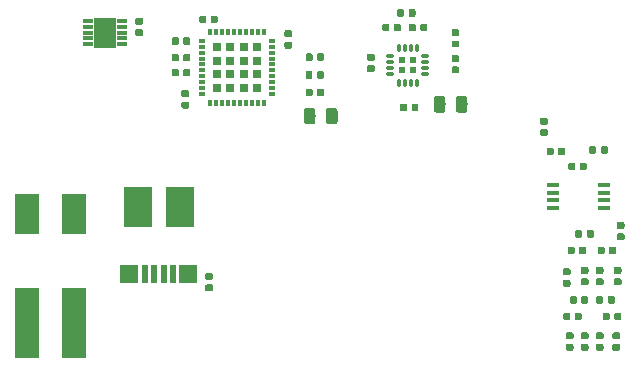
<source format=gbr>
G04 #@! TF.GenerationSoftware,KiCad,Pcbnew,5.1.2-f72e74a~84~ubuntu18.04.1*
G04 #@! TF.CreationDate,2019-09-23T02:40:17+02:00*
G04 #@! TF.ProjectId,board,626f6172-642e-46b6-9963-61645f706362,rev?*
G04 #@! TF.SameCoordinates,Original*
G04 #@! TF.FileFunction,Paste,Bot*
G04 #@! TF.FilePolarity,Positive*
%FSLAX46Y46*%
G04 Gerber Fmt 4.6, Leading zero omitted, Abs format (unit mm)*
G04 Created by KiCad (PCBNEW 5.1.2-f72e74a~84~ubuntu18.04.1) date 2019-09-23 02:40:17*
%MOMM*%
%LPD*%
G04 APERTURE LIST*
%ADD10C,0.025400*%
%ADD11R,1.100000X0.400000*%
%ADD12C,0.100000*%
%ADD13C,0.590000*%
%ADD14C,0.975000*%
%ADD15O,0.750000X0.300000*%
%ADD16O,0.300000X0.750000*%
%ADD17R,0.540000X0.540000*%
%ADD18R,1.752600X2.489200*%
%ADD19R,0.812800X0.304800*%
%ADD20R,2.000000X3.500000*%
%ADD21R,2.000000X6.000000*%
%ADD22R,2.400000X3.480000*%
%ADD23R,1.500000X1.600000*%
%ADD24R,0.500000X1.600000*%
%ADD25R,0.690000X0.690000*%
%ADD26R,0.300000X0.500000*%
%ADD27R,0.500000X0.300000*%
G04 APERTURE END LIST*
D10*
G36*
X109588300Y-104673400D02*
G01*
X109588300Y-107162600D01*
X107835700Y-107162600D01*
X107835700Y-104673400D01*
X109588300Y-104673400D01*
G37*
X109588300Y-104673400D02*
X109588300Y-107162600D01*
X107835700Y-107162600D01*
X107835700Y-104673400D01*
X109588300Y-104673400D01*
D11*
X146697000Y-118813000D03*
X146697000Y-119463000D03*
X146697000Y-120113000D03*
X146697000Y-120763000D03*
X150997000Y-120763000D03*
X150997000Y-120113000D03*
X150997000Y-119463000D03*
X150997000Y-118813000D03*
D12*
G36*
X131436958Y-107720710D02*
G01*
X131451276Y-107722834D01*
X131465317Y-107726351D01*
X131478946Y-107731228D01*
X131492031Y-107737417D01*
X131504447Y-107744858D01*
X131516073Y-107753481D01*
X131526798Y-107763202D01*
X131536519Y-107773927D01*
X131545142Y-107785553D01*
X131552583Y-107797969D01*
X131558772Y-107811054D01*
X131563649Y-107824683D01*
X131567166Y-107838724D01*
X131569290Y-107853042D01*
X131570000Y-107867500D01*
X131570000Y-108162500D01*
X131569290Y-108176958D01*
X131567166Y-108191276D01*
X131563649Y-108205317D01*
X131558772Y-108218946D01*
X131552583Y-108232031D01*
X131545142Y-108244447D01*
X131536519Y-108256073D01*
X131526798Y-108266798D01*
X131516073Y-108276519D01*
X131504447Y-108285142D01*
X131492031Y-108292583D01*
X131478946Y-108298772D01*
X131465317Y-108303649D01*
X131451276Y-108307166D01*
X131436958Y-108309290D01*
X131422500Y-108310000D01*
X131077500Y-108310000D01*
X131063042Y-108309290D01*
X131048724Y-108307166D01*
X131034683Y-108303649D01*
X131021054Y-108298772D01*
X131007969Y-108292583D01*
X130995553Y-108285142D01*
X130983927Y-108276519D01*
X130973202Y-108266798D01*
X130963481Y-108256073D01*
X130954858Y-108244447D01*
X130947417Y-108232031D01*
X130941228Y-108218946D01*
X130936351Y-108205317D01*
X130932834Y-108191276D01*
X130930710Y-108176958D01*
X130930000Y-108162500D01*
X130930000Y-107867500D01*
X130930710Y-107853042D01*
X130932834Y-107838724D01*
X130936351Y-107824683D01*
X130941228Y-107811054D01*
X130947417Y-107797969D01*
X130954858Y-107785553D01*
X130963481Y-107773927D01*
X130973202Y-107763202D01*
X130983927Y-107753481D01*
X130995553Y-107744858D01*
X131007969Y-107737417D01*
X131021054Y-107731228D01*
X131034683Y-107726351D01*
X131048724Y-107722834D01*
X131063042Y-107720710D01*
X131077500Y-107720000D01*
X131422500Y-107720000D01*
X131436958Y-107720710D01*
X131436958Y-107720710D01*
G37*
D13*
X131250000Y-108015000D03*
D12*
G36*
X131436958Y-108690710D02*
G01*
X131451276Y-108692834D01*
X131465317Y-108696351D01*
X131478946Y-108701228D01*
X131492031Y-108707417D01*
X131504447Y-108714858D01*
X131516073Y-108723481D01*
X131526798Y-108733202D01*
X131536519Y-108743927D01*
X131545142Y-108755553D01*
X131552583Y-108767969D01*
X131558772Y-108781054D01*
X131563649Y-108794683D01*
X131567166Y-108808724D01*
X131569290Y-108823042D01*
X131570000Y-108837500D01*
X131570000Y-109132500D01*
X131569290Y-109146958D01*
X131567166Y-109161276D01*
X131563649Y-109175317D01*
X131558772Y-109188946D01*
X131552583Y-109202031D01*
X131545142Y-109214447D01*
X131536519Y-109226073D01*
X131526798Y-109236798D01*
X131516073Y-109246519D01*
X131504447Y-109255142D01*
X131492031Y-109262583D01*
X131478946Y-109268772D01*
X131465317Y-109273649D01*
X131451276Y-109277166D01*
X131436958Y-109279290D01*
X131422500Y-109280000D01*
X131077500Y-109280000D01*
X131063042Y-109279290D01*
X131048724Y-109277166D01*
X131034683Y-109273649D01*
X131021054Y-109268772D01*
X131007969Y-109262583D01*
X130995553Y-109255142D01*
X130983927Y-109246519D01*
X130973202Y-109236798D01*
X130963481Y-109226073D01*
X130954858Y-109214447D01*
X130947417Y-109202031D01*
X130941228Y-109188946D01*
X130936351Y-109175317D01*
X130932834Y-109161276D01*
X130930710Y-109146958D01*
X130930000Y-109132500D01*
X130930000Y-108837500D01*
X130930710Y-108823042D01*
X130932834Y-108808724D01*
X130936351Y-108794683D01*
X130941228Y-108781054D01*
X130947417Y-108767969D01*
X130954858Y-108755553D01*
X130963481Y-108743927D01*
X130973202Y-108733202D01*
X130983927Y-108723481D01*
X130995553Y-108714858D01*
X131007969Y-108707417D01*
X131021054Y-108701228D01*
X131034683Y-108696351D01*
X131048724Y-108692834D01*
X131063042Y-108690710D01*
X131077500Y-108690000D01*
X131422500Y-108690000D01*
X131436958Y-108690710D01*
X131436958Y-108690710D01*
G37*
D13*
X131250000Y-108985000D03*
D12*
G36*
X138586958Y-106590710D02*
G01*
X138601276Y-106592834D01*
X138615317Y-106596351D01*
X138628946Y-106601228D01*
X138642031Y-106607417D01*
X138654447Y-106614858D01*
X138666073Y-106623481D01*
X138676798Y-106633202D01*
X138686519Y-106643927D01*
X138695142Y-106655553D01*
X138702583Y-106667969D01*
X138708772Y-106681054D01*
X138713649Y-106694683D01*
X138717166Y-106708724D01*
X138719290Y-106723042D01*
X138720000Y-106737500D01*
X138720000Y-107032500D01*
X138719290Y-107046958D01*
X138717166Y-107061276D01*
X138713649Y-107075317D01*
X138708772Y-107088946D01*
X138702583Y-107102031D01*
X138695142Y-107114447D01*
X138686519Y-107126073D01*
X138676798Y-107136798D01*
X138666073Y-107146519D01*
X138654447Y-107155142D01*
X138642031Y-107162583D01*
X138628946Y-107168772D01*
X138615317Y-107173649D01*
X138601276Y-107177166D01*
X138586958Y-107179290D01*
X138572500Y-107180000D01*
X138227500Y-107180000D01*
X138213042Y-107179290D01*
X138198724Y-107177166D01*
X138184683Y-107173649D01*
X138171054Y-107168772D01*
X138157969Y-107162583D01*
X138145553Y-107155142D01*
X138133927Y-107146519D01*
X138123202Y-107136798D01*
X138113481Y-107126073D01*
X138104858Y-107114447D01*
X138097417Y-107102031D01*
X138091228Y-107088946D01*
X138086351Y-107075317D01*
X138082834Y-107061276D01*
X138080710Y-107046958D01*
X138080000Y-107032500D01*
X138080000Y-106737500D01*
X138080710Y-106723042D01*
X138082834Y-106708724D01*
X138086351Y-106694683D01*
X138091228Y-106681054D01*
X138097417Y-106667969D01*
X138104858Y-106655553D01*
X138113481Y-106643927D01*
X138123202Y-106633202D01*
X138133927Y-106623481D01*
X138145553Y-106614858D01*
X138157969Y-106607417D01*
X138171054Y-106601228D01*
X138184683Y-106596351D01*
X138198724Y-106592834D01*
X138213042Y-106590710D01*
X138227500Y-106590000D01*
X138572500Y-106590000D01*
X138586958Y-106590710D01*
X138586958Y-106590710D01*
G37*
D13*
X138400000Y-106885000D03*
D12*
G36*
X138586958Y-105620710D02*
G01*
X138601276Y-105622834D01*
X138615317Y-105626351D01*
X138628946Y-105631228D01*
X138642031Y-105637417D01*
X138654447Y-105644858D01*
X138666073Y-105653481D01*
X138676798Y-105663202D01*
X138686519Y-105673927D01*
X138695142Y-105685553D01*
X138702583Y-105697969D01*
X138708772Y-105711054D01*
X138713649Y-105724683D01*
X138717166Y-105738724D01*
X138719290Y-105753042D01*
X138720000Y-105767500D01*
X138720000Y-106062500D01*
X138719290Y-106076958D01*
X138717166Y-106091276D01*
X138713649Y-106105317D01*
X138708772Y-106118946D01*
X138702583Y-106132031D01*
X138695142Y-106144447D01*
X138686519Y-106156073D01*
X138676798Y-106166798D01*
X138666073Y-106176519D01*
X138654447Y-106185142D01*
X138642031Y-106192583D01*
X138628946Y-106198772D01*
X138615317Y-106203649D01*
X138601276Y-106207166D01*
X138586958Y-106209290D01*
X138572500Y-106210000D01*
X138227500Y-106210000D01*
X138213042Y-106209290D01*
X138198724Y-106207166D01*
X138184683Y-106203649D01*
X138171054Y-106198772D01*
X138157969Y-106192583D01*
X138145553Y-106185142D01*
X138133927Y-106176519D01*
X138123202Y-106166798D01*
X138113481Y-106156073D01*
X138104858Y-106144447D01*
X138097417Y-106132031D01*
X138091228Y-106118946D01*
X138086351Y-106105317D01*
X138082834Y-106091276D01*
X138080710Y-106076958D01*
X138080000Y-106062500D01*
X138080000Y-105767500D01*
X138080710Y-105753042D01*
X138082834Y-105738724D01*
X138086351Y-105724683D01*
X138091228Y-105711054D01*
X138097417Y-105697969D01*
X138104858Y-105685553D01*
X138113481Y-105673927D01*
X138123202Y-105663202D01*
X138133927Y-105653481D01*
X138145553Y-105644858D01*
X138157969Y-105637417D01*
X138171054Y-105631228D01*
X138184683Y-105626351D01*
X138198724Y-105622834D01*
X138213042Y-105620710D01*
X138227500Y-105620000D01*
X138572500Y-105620000D01*
X138586958Y-105620710D01*
X138586958Y-105620710D01*
G37*
D13*
X138400000Y-105915000D03*
D12*
G36*
X138586958Y-107820710D02*
G01*
X138601276Y-107822834D01*
X138615317Y-107826351D01*
X138628946Y-107831228D01*
X138642031Y-107837417D01*
X138654447Y-107844858D01*
X138666073Y-107853481D01*
X138676798Y-107863202D01*
X138686519Y-107873927D01*
X138695142Y-107885553D01*
X138702583Y-107897969D01*
X138708772Y-107911054D01*
X138713649Y-107924683D01*
X138717166Y-107938724D01*
X138719290Y-107953042D01*
X138720000Y-107967500D01*
X138720000Y-108262500D01*
X138719290Y-108276958D01*
X138717166Y-108291276D01*
X138713649Y-108305317D01*
X138708772Y-108318946D01*
X138702583Y-108332031D01*
X138695142Y-108344447D01*
X138686519Y-108356073D01*
X138676798Y-108366798D01*
X138666073Y-108376519D01*
X138654447Y-108385142D01*
X138642031Y-108392583D01*
X138628946Y-108398772D01*
X138615317Y-108403649D01*
X138601276Y-108407166D01*
X138586958Y-108409290D01*
X138572500Y-108410000D01*
X138227500Y-108410000D01*
X138213042Y-108409290D01*
X138198724Y-108407166D01*
X138184683Y-108403649D01*
X138171054Y-108398772D01*
X138157969Y-108392583D01*
X138145553Y-108385142D01*
X138133927Y-108376519D01*
X138123202Y-108366798D01*
X138113481Y-108356073D01*
X138104858Y-108344447D01*
X138097417Y-108332031D01*
X138091228Y-108318946D01*
X138086351Y-108305317D01*
X138082834Y-108291276D01*
X138080710Y-108276958D01*
X138080000Y-108262500D01*
X138080000Y-107967500D01*
X138080710Y-107953042D01*
X138082834Y-107938724D01*
X138086351Y-107924683D01*
X138091228Y-107911054D01*
X138097417Y-107897969D01*
X138104858Y-107885553D01*
X138113481Y-107873927D01*
X138123202Y-107863202D01*
X138133927Y-107853481D01*
X138145553Y-107844858D01*
X138157969Y-107837417D01*
X138171054Y-107831228D01*
X138184683Y-107826351D01*
X138198724Y-107822834D01*
X138213042Y-107820710D01*
X138227500Y-107820000D01*
X138572500Y-107820000D01*
X138586958Y-107820710D01*
X138586958Y-107820710D01*
G37*
D13*
X138400000Y-108115000D03*
D12*
G36*
X138586958Y-108790710D02*
G01*
X138601276Y-108792834D01*
X138615317Y-108796351D01*
X138628946Y-108801228D01*
X138642031Y-108807417D01*
X138654447Y-108814858D01*
X138666073Y-108823481D01*
X138676798Y-108833202D01*
X138686519Y-108843927D01*
X138695142Y-108855553D01*
X138702583Y-108867969D01*
X138708772Y-108881054D01*
X138713649Y-108894683D01*
X138717166Y-108908724D01*
X138719290Y-108923042D01*
X138720000Y-108937500D01*
X138720000Y-109232500D01*
X138719290Y-109246958D01*
X138717166Y-109261276D01*
X138713649Y-109275317D01*
X138708772Y-109288946D01*
X138702583Y-109302031D01*
X138695142Y-109314447D01*
X138686519Y-109326073D01*
X138676798Y-109336798D01*
X138666073Y-109346519D01*
X138654447Y-109355142D01*
X138642031Y-109362583D01*
X138628946Y-109368772D01*
X138615317Y-109373649D01*
X138601276Y-109377166D01*
X138586958Y-109379290D01*
X138572500Y-109380000D01*
X138227500Y-109380000D01*
X138213042Y-109379290D01*
X138198724Y-109377166D01*
X138184683Y-109373649D01*
X138171054Y-109368772D01*
X138157969Y-109362583D01*
X138145553Y-109355142D01*
X138133927Y-109346519D01*
X138123202Y-109336798D01*
X138113481Y-109326073D01*
X138104858Y-109314447D01*
X138097417Y-109302031D01*
X138091228Y-109288946D01*
X138086351Y-109275317D01*
X138082834Y-109261276D01*
X138080710Y-109246958D01*
X138080000Y-109232500D01*
X138080000Y-108937500D01*
X138080710Y-108923042D01*
X138082834Y-108908724D01*
X138086351Y-108894683D01*
X138091228Y-108881054D01*
X138097417Y-108867969D01*
X138104858Y-108855553D01*
X138113481Y-108843927D01*
X138123202Y-108833202D01*
X138133927Y-108823481D01*
X138145553Y-108814858D01*
X138157969Y-108807417D01*
X138171054Y-108801228D01*
X138184683Y-108796351D01*
X138198724Y-108792834D01*
X138213042Y-108790710D01*
X138227500Y-108790000D01*
X138572500Y-108790000D01*
X138586958Y-108790710D01*
X138586958Y-108790710D01*
G37*
D13*
X138400000Y-109085000D03*
D12*
G36*
X137330142Y-111301174D02*
G01*
X137353803Y-111304684D01*
X137377007Y-111310496D01*
X137399529Y-111318554D01*
X137421153Y-111328782D01*
X137441670Y-111341079D01*
X137460883Y-111355329D01*
X137478607Y-111371393D01*
X137494671Y-111389117D01*
X137508921Y-111408330D01*
X137521218Y-111428847D01*
X137531446Y-111450471D01*
X137539504Y-111472993D01*
X137545316Y-111496197D01*
X137548826Y-111519858D01*
X137550000Y-111543750D01*
X137550000Y-112456250D01*
X137548826Y-112480142D01*
X137545316Y-112503803D01*
X137539504Y-112527007D01*
X137531446Y-112549529D01*
X137521218Y-112571153D01*
X137508921Y-112591670D01*
X137494671Y-112610883D01*
X137478607Y-112628607D01*
X137460883Y-112644671D01*
X137441670Y-112658921D01*
X137421153Y-112671218D01*
X137399529Y-112681446D01*
X137377007Y-112689504D01*
X137353803Y-112695316D01*
X137330142Y-112698826D01*
X137306250Y-112700000D01*
X136818750Y-112700000D01*
X136794858Y-112698826D01*
X136771197Y-112695316D01*
X136747993Y-112689504D01*
X136725471Y-112681446D01*
X136703847Y-112671218D01*
X136683330Y-112658921D01*
X136664117Y-112644671D01*
X136646393Y-112628607D01*
X136630329Y-112610883D01*
X136616079Y-112591670D01*
X136603782Y-112571153D01*
X136593554Y-112549529D01*
X136585496Y-112527007D01*
X136579684Y-112503803D01*
X136576174Y-112480142D01*
X136575000Y-112456250D01*
X136575000Y-111543750D01*
X136576174Y-111519858D01*
X136579684Y-111496197D01*
X136585496Y-111472993D01*
X136593554Y-111450471D01*
X136603782Y-111428847D01*
X136616079Y-111408330D01*
X136630329Y-111389117D01*
X136646393Y-111371393D01*
X136664117Y-111355329D01*
X136683330Y-111341079D01*
X136703847Y-111328782D01*
X136725471Y-111318554D01*
X136747993Y-111310496D01*
X136771197Y-111304684D01*
X136794858Y-111301174D01*
X136818750Y-111300000D01*
X137306250Y-111300000D01*
X137330142Y-111301174D01*
X137330142Y-111301174D01*
G37*
D14*
X137062500Y-112000000D03*
D12*
G36*
X139205142Y-111301174D02*
G01*
X139228803Y-111304684D01*
X139252007Y-111310496D01*
X139274529Y-111318554D01*
X139296153Y-111328782D01*
X139316670Y-111341079D01*
X139335883Y-111355329D01*
X139353607Y-111371393D01*
X139369671Y-111389117D01*
X139383921Y-111408330D01*
X139396218Y-111428847D01*
X139406446Y-111450471D01*
X139414504Y-111472993D01*
X139420316Y-111496197D01*
X139423826Y-111519858D01*
X139425000Y-111543750D01*
X139425000Y-112456250D01*
X139423826Y-112480142D01*
X139420316Y-112503803D01*
X139414504Y-112527007D01*
X139406446Y-112549529D01*
X139396218Y-112571153D01*
X139383921Y-112591670D01*
X139369671Y-112610883D01*
X139353607Y-112628607D01*
X139335883Y-112644671D01*
X139316670Y-112658921D01*
X139296153Y-112671218D01*
X139274529Y-112681446D01*
X139252007Y-112689504D01*
X139228803Y-112695316D01*
X139205142Y-112698826D01*
X139181250Y-112700000D01*
X138693750Y-112700000D01*
X138669858Y-112698826D01*
X138646197Y-112695316D01*
X138622993Y-112689504D01*
X138600471Y-112681446D01*
X138578847Y-112671218D01*
X138558330Y-112658921D01*
X138539117Y-112644671D01*
X138521393Y-112628607D01*
X138505329Y-112610883D01*
X138491079Y-112591670D01*
X138478782Y-112571153D01*
X138468554Y-112549529D01*
X138460496Y-112527007D01*
X138454684Y-112503803D01*
X138451174Y-112480142D01*
X138450000Y-112456250D01*
X138450000Y-111543750D01*
X138451174Y-111519858D01*
X138454684Y-111496197D01*
X138460496Y-111472993D01*
X138468554Y-111450471D01*
X138478782Y-111428847D01*
X138491079Y-111408330D01*
X138505329Y-111389117D01*
X138521393Y-111371393D01*
X138539117Y-111355329D01*
X138558330Y-111341079D01*
X138578847Y-111328782D01*
X138600471Y-111318554D01*
X138622993Y-111310496D01*
X138646197Y-111304684D01*
X138669858Y-111301174D01*
X138693750Y-111300000D01*
X139181250Y-111300000D01*
X139205142Y-111301174D01*
X139205142Y-111301174D01*
G37*
D14*
X138937500Y-112000000D03*
D15*
X132900001Y-109424999D03*
X132900001Y-108924999D03*
X132900001Y-108424999D03*
X132900001Y-107924999D03*
D16*
X133625001Y-107199999D03*
X134125001Y-107199999D03*
X134625001Y-107199999D03*
X135125001Y-107199999D03*
D15*
X135850001Y-107924999D03*
X135850001Y-108424999D03*
X135850001Y-108924999D03*
X135850001Y-109424999D03*
D16*
X135125001Y-110149999D03*
X134625001Y-110149999D03*
X134125001Y-110149999D03*
X133625001Y-110149999D03*
D17*
X134825001Y-108224999D03*
X134825001Y-109124999D03*
X133925001Y-108224999D03*
X133925001Y-109124999D03*
D12*
G36*
X132676958Y-105180710D02*
G01*
X132691276Y-105182834D01*
X132705317Y-105186351D01*
X132718946Y-105191228D01*
X132732031Y-105197417D01*
X132744447Y-105204858D01*
X132756073Y-105213481D01*
X132766798Y-105223202D01*
X132776519Y-105233927D01*
X132785142Y-105245553D01*
X132792583Y-105257969D01*
X132798772Y-105271054D01*
X132803649Y-105284683D01*
X132807166Y-105298724D01*
X132809290Y-105313042D01*
X132810000Y-105327500D01*
X132810000Y-105672500D01*
X132809290Y-105686958D01*
X132807166Y-105701276D01*
X132803649Y-105715317D01*
X132798772Y-105728946D01*
X132792583Y-105742031D01*
X132785142Y-105754447D01*
X132776519Y-105766073D01*
X132766798Y-105776798D01*
X132756073Y-105786519D01*
X132744447Y-105795142D01*
X132732031Y-105802583D01*
X132718946Y-105808772D01*
X132705317Y-105813649D01*
X132691276Y-105817166D01*
X132676958Y-105819290D01*
X132662500Y-105820000D01*
X132367500Y-105820000D01*
X132353042Y-105819290D01*
X132338724Y-105817166D01*
X132324683Y-105813649D01*
X132311054Y-105808772D01*
X132297969Y-105802583D01*
X132285553Y-105795142D01*
X132273927Y-105786519D01*
X132263202Y-105776798D01*
X132253481Y-105766073D01*
X132244858Y-105754447D01*
X132237417Y-105742031D01*
X132231228Y-105728946D01*
X132226351Y-105715317D01*
X132222834Y-105701276D01*
X132220710Y-105686958D01*
X132220000Y-105672500D01*
X132220000Y-105327500D01*
X132220710Y-105313042D01*
X132222834Y-105298724D01*
X132226351Y-105284683D01*
X132231228Y-105271054D01*
X132237417Y-105257969D01*
X132244858Y-105245553D01*
X132253481Y-105233927D01*
X132263202Y-105223202D01*
X132273927Y-105213481D01*
X132285553Y-105204858D01*
X132297969Y-105197417D01*
X132311054Y-105191228D01*
X132324683Y-105186351D01*
X132338724Y-105182834D01*
X132353042Y-105180710D01*
X132367500Y-105180000D01*
X132662500Y-105180000D01*
X132676958Y-105180710D01*
X132676958Y-105180710D01*
G37*
D13*
X132515000Y-105500000D03*
D12*
G36*
X133646958Y-105180710D02*
G01*
X133661276Y-105182834D01*
X133675317Y-105186351D01*
X133688946Y-105191228D01*
X133702031Y-105197417D01*
X133714447Y-105204858D01*
X133726073Y-105213481D01*
X133736798Y-105223202D01*
X133746519Y-105233927D01*
X133755142Y-105245553D01*
X133762583Y-105257969D01*
X133768772Y-105271054D01*
X133773649Y-105284683D01*
X133777166Y-105298724D01*
X133779290Y-105313042D01*
X133780000Y-105327500D01*
X133780000Y-105672500D01*
X133779290Y-105686958D01*
X133777166Y-105701276D01*
X133773649Y-105715317D01*
X133768772Y-105728946D01*
X133762583Y-105742031D01*
X133755142Y-105754447D01*
X133746519Y-105766073D01*
X133736798Y-105776798D01*
X133726073Y-105786519D01*
X133714447Y-105795142D01*
X133702031Y-105802583D01*
X133688946Y-105808772D01*
X133675317Y-105813649D01*
X133661276Y-105817166D01*
X133646958Y-105819290D01*
X133632500Y-105820000D01*
X133337500Y-105820000D01*
X133323042Y-105819290D01*
X133308724Y-105817166D01*
X133294683Y-105813649D01*
X133281054Y-105808772D01*
X133267969Y-105802583D01*
X133255553Y-105795142D01*
X133243927Y-105786519D01*
X133233202Y-105776798D01*
X133223481Y-105766073D01*
X133214858Y-105754447D01*
X133207417Y-105742031D01*
X133201228Y-105728946D01*
X133196351Y-105715317D01*
X133192834Y-105701276D01*
X133190710Y-105686958D01*
X133190000Y-105672500D01*
X133190000Y-105327500D01*
X133190710Y-105313042D01*
X133192834Y-105298724D01*
X133196351Y-105284683D01*
X133201228Y-105271054D01*
X133207417Y-105257969D01*
X133214858Y-105245553D01*
X133223481Y-105233927D01*
X133233202Y-105223202D01*
X133243927Y-105213481D01*
X133255553Y-105204858D01*
X133267969Y-105197417D01*
X133281054Y-105191228D01*
X133294683Y-105186351D01*
X133308724Y-105182834D01*
X133323042Y-105180710D01*
X133337500Y-105180000D01*
X133632500Y-105180000D01*
X133646958Y-105180710D01*
X133646958Y-105180710D01*
G37*
D13*
X133485000Y-105500000D03*
D12*
G36*
X134926958Y-105180710D02*
G01*
X134941276Y-105182834D01*
X134955317Y-105186351D01*
X134968946Y-105191228D01*
X134982031Y-105197417D01*
X134994447Y-105204858D01*
X135006073Y-105213481D01*
X135016798Y-105223202D01*
X135026519Y-105233927D01*
X135035142Y-105245553D01*
X135042583Y-105257969D01*
X135048772Y-105271054D01*
X135053649Y-105284683D01*
X135057166Y-105298724D01*
X135059290Y-105313042D01*
X135060000Y-105327500D01*
X135060000Y-105672500D01*
X135059290Y-105686958D01*
X135057166Y-105701276D01*
X135053649Y-105715317D01*
X135048772Y-105728946D01*
X135042583Y-105742031D01*
X135035142Y-105754447D01*
X135026519Y-105766073D01*
X135016798Y-105776798D01*
X135006073Y-105786519D01*
X134994447Y-105795142D01*
X134982031Y-105802583D01*
X134968946Y-105808772D01*
X134955317Y-105813649D01*
X134941276Y-105817166D01*
X134926958Y-105819290D01*
X134912500Y-105820000D01*
X134617500Y-105820000D01*
X134603042Y-105819290D01*
X134588724Y-105817166D01*
X134574683Y-105813649D01*
X134561054Y-105808772D01*
X134547969Y-105802583D01*
X134535553Y-105795142D01*
X134523927Y-105786519D01*
X134513202Y-105776798D01*
X134503481Y-105766073D01*
X134494858Y-105754447D01*
X134487417Y-105742031D01*
X134481228Y-105728946D01*
X134476351Y-105715317D01*
X134472834Y-105701276D01*
X134470710Y-105686958D01*
X134470000Y-105672500D01*
X134470000Y-105327500D01*
X134470710Y-105313042D01*
X134472834Y-105298724D01*
X134476351Y-105284683D01*
X134481228Y-105271054D01*
X134487417Y-105257969D01*
X134494858Y-105245553D01*
X134503481Y-105233927D01*
X134513202Y-105223202D01*
X134523927Y-105213481D01*
X134535553Y-105204858D01*
X134547969Y-105197417D01*
X134561054Y-105191228D01*
X134574683Y-105186351D01*
X134588724Y-105182834D01*
X134603042Y-105180710D01*
X134617500Y-105180000D01*
X134912500Y-105180000D01*
X134926958Y-105180710D01*
X134926958Y-105180710D01*
G37*
D13*
X134765000Y-105500000D03*
D12*
G36*
X135896958Y-105180710D02*
G01*
X135911276Y-105182834D01*
X135925317Y-105186351D01*
X135938946Y-105191228D01*
X135952031Y-105197417D01*
X135964447Y-105204858D01*
X135976073Y-105213481D01*
X135986798Y-105223202D01*
X135996519Y-105233927D01*
X136005142Y-105245553D01*
X136012583Y-105257969D01*
X136018772Y-105271054D01*
X136023649Y-105284683D01*
X136027166Y-105298724D01*
X136029290Y-105313042D01*
X136030000Y-105327500D01*
X136030000Y-105672500D01*
X136029290Y-105686958D01*
X136027166Y-105701276D01*
X136023649Y-105715317D01*
X136018772Y-105728946D01*
X136012583Y-105742031D01*
X136005142Y-105754447D01*
X135996519Y-105766073D01*
X135986798Y-105776798D01*
X135976073Y-105786519D01*
X135964447Y-105795142D01*
X135952031Y-105802583D01*
X135938946Y-105808772D01*
X135925317Y-105813649D01*
X135911276Y-105817166D01*
X135896958Y-105819290D01*
X135882500Y-105820000D01*
X135587500Y-105820000D01*
X135573042Y-105819290D01*
X135558724Y-105817166D01*
X135544683Y-105813649D01*
X135531054Y-105808772D01*
X135517969Y-105802583D01*
X135505553Y-105795142D01*
X135493927Y-105786519D01*
X135483202Y-105776798D01*
X135473481Y-105766073D01*
X135464858Y-105754447D01*
X135457417Y-105742031D01*
X135451228Y-105728946D01*
X135446351Y-105715317D01*
X135442834Y-105701276D01*
X135440710Y-105686958D01*
X135440000Y-105672500D01*
X135440000Y-105327500D01*
X135440710Y-105313042D01*
X135442834Y-105298724D01*
X135446351Y-105284683D01*
X135451228Y-105271054D01*
X135457417Y-105257969D01*
X135464858Y-105245553D01*
X135473481Y-105233927D01*
X135483202Y-105223202D01*
X135493927Y-105213481D01*
X135505553Y-105204858D01*
X135517969Y-105197417D01*
X135531054Y-105191228D01*
X135544683Y-105186351D01*
X135558724Y-105182834D01*
X135573042Y-105180710D01*
X135587500Y-105180000D01*
X135882500Y-105180000D01*
X135896958Y-105180710D01*
X135896958Y-105180710D01*
G37*
D13*
X135735000Y-105500000D03*
D12*
G36*
X134176958Y-111930710D02*
G01*
X134191276Y-111932834D01*
X134205317Y-111936351D01*
X134218946Y-111941228D01*
X134232031Y-111947417D01*
X134244447Y-111954858D01*
X134256073Y-111963481D01*
X134266798Y-111973202D01*
X134276519Y-111983927D01*
X134285142Y-111995553D01*
X134292583Y-112007969D01*
X134298772Y-112021054D01*
X134303649Y-112034683D01*
X134307166Y-112048724D01*
X134309290Y-112063042D01*
X134310000Y-112077500D01*
X134310000Y-112422500D01*
X134309290Y-112436958D01*
X134307166Y-112451276D01*
X134303649Y-112465317D01*
X134298772Y-112478946D01*
X134292583Y-112492031D01*
X134285142Y-112504447D01*
X134276519Y-112516073D01*
X134266798Y-112526798D01*
X134256073Y-112536519D01*
X134244447Y-112545142D01*
X134232031Y-112552583D01*
X134218946Y-112558772D01*
X134205317Y-112563649D01*
X134191276Y-112567166D01*
X134176958Y-112569290D01*
X134162500Y-112570000D01*
X133867500Y-112570000D01*
X133853042Y-112569290D01*
X133838724Y-112567166D01*
X133824683Y-112563649D01*
X133811054Y-112558772D01*
X133797969Y-112552583D01*
X133785553Y-112545142D01*
X133773927Y-112536519D01*
X133763202Y-112526798D01*
X133753481Y-112516073D01*
X133744858Y-112504447D01*
X133737417Y-112492031D01*
X133731228Y-112478946D01*
X133726351Y-112465317D01*
X133722834Y-112451276D01*
X133720710Y-112436958D01*
X133720000Y-112422500D01*
X133720000Y-112077500D01*
X133720710Y-112063042D01*
X133722834Y-112048724D01*
X133726351Y-112034683D01*
X133731228Y-112021054D01*
X133737417Y-112007969D01*
X133744858Y-111995553D01*
X133753481Y-111983927D01*
X133763202Y-111973202D01*
X133773927Y-111963481D01*
X133785553Y-111954858D01*
X133797969Y-111947417D01*
X133811054Y-111941228D01*
X133824683Y-111936351D01*
X133838724Y-111932834D01*
X133853042Y-111930710D01*
X133867500Y-111930000D01*
X134162500Y-111930000D01*
X134176958Y-111930710D01*
X134176958Y-111930710D01*
G37*
D13*
X134015000Y-112250000D03*
D12*
G36*
X135146958Y-111930710D02*
G01*
X135161276Y-111932834D01*
X135175317Y-111936351D01*
X135188946Y-111941228D01*
X135202031Y-111947417D01*
X135214447Y-111954858D01*
X135226073Y-111963481D01*
X135236798Y-111973202D01*
X135246519Y-111983927D01*
X135255142Y-111995553D01*
X135262583Y-112007969D01*
X135268772Y-112021054D01*
X135273649Y-112034683D01*
X135277166Y-112048724D01*
X135279290Y-112063042D01*
X135280000Y-112077500D01*
X135280000Y-112422500D01*
X135279290Y-112436958D01*
X135277166Y-112451276D01*
X135273649Y-112465317D01*
X135268772Y-112478946D01*
X135262583Y-112492031D01*
X135255142Y-112504447D01*
X135246519Y-112516073D01*
X135236798Y-112526798D01*
X135226073Y-112536519D01*
X135214447Y-112545142D01*
X135202031Y-112552583D01*
X135188946Y-112558772D01*
X135175317Y-112563649D01*
X135161276Y-112567166D01*
X135146958Y-112569290D01*
X135132500Y-112570000D01*
X134837500Y-112570000D01*
X134823042Y-112569290D01*
X134808724Y-112567166D01*
X134794683Y-112563649D01*
X134781054Y-112558772D01*
X134767969Y-112552583D01*
X134755553Y-112545142D01*
X134743927Y-112536519D01*
X134733202Y-112526798D01*
X134723481Y-112516073D01*
X134714858Y-112504447D01*
X134707417Y-112492031D01*
X134701228Y-112478946D01*
X134696351Y-112465317D01*
X134692834Y-112451276D01*
X134690710Y-112436958D01*
X134690000Y-112422500D01*
X134690000Y-112077500D01*
X134690710Y-112063042D01*
X134692834Y-112048724D01*
X134696351Y-112034683D01*
X134701228Y-112021054D01*
X134707417Y-112007969D01*
X134714858Y-111995553D01*
X134723481Y-111983927D01*
X134733202Y-111973202D01*
X134743927Y-111963481D01*
X134755553Y-111954858D01*
X134767969Y-111947417D01*
X134781054Y-111941228D01*
X134794683Y-111936351D01*
X134808724Y-111932834D01*
X134823042Y-111930710D01*
X134837500Y-111930000D01*
X135132500Y-111930000D01*
X135146958Y-111930710D01*
X135146958Y-111930710D01*
G37*
D13*
X134985000Y-112250000D03*
D12*
G36*
X134896958Y-103930710D02*
G01*
X134911276Y-103932834D01*
X134925317Y-103936351D01*
X134938946Y-103941228D01*
X134952031Y-103947417D01*
X134964447Y-103954858D01*
X134976073Y-103963481D01*
X134986798Y-103973202D01*
X134996519Y-103983927D01*
X135005142Y-103995553D01*
X135012583Y-104007969D01*
X135018772Y-104021054D01*
X135023649Y-104034683D01*
X135027166Y-104048724D01*
X135029290Y-104063042D01*
X135030000Y-104077500D01*
X135030000Y-104422500D01*
X135029290Y-104436958D01*
X135027166Y-104451276D01*
X135023649Y-104465317D01*
X135018772Y-104478946D01*
X135012583Y-104492031D01*
X135005142Y-104504447D01*
X134996519Y-104516073D01*
X134986798Y-104526798D01*
X134976073Y-104536519D01*
X134964447Y-104545142D01*
X134952031Y-104552583D01*
X134938946Y-104558772D01*
X134925317Y-104563649D01*
X134911276Y-104567166D01*
X134896958Y-104569290D01*
X134882500Y-104570000D01*
X134587500Y-104570000D01*
X134573042Y-104569290D01*
X134558724Y-104567166D01*
X134544683Y-104563649D01*
X134531054Y-104558772D01*
X134517969Y-104552583D01*
X134505553Y-104545142D01*
X134493927Y-104536519D01*
X134483202Y-104526798D01*
X134473481Y-104516073D01*
X134464858Y-104504447D01*
X134457417Y-104492031D01*
X134451228Y-104478946D01*
X134446351Y-104465317D01*
X134442834Y-104451276D01*
X134440710Y-104436958D01*
X134440000Y-104422500D01*
X134440000Y-104077500D01*
X134440710Y-104063042D01*
X134442834Y-104048724D01*
X134446351Y-104034683D01*
X134451228Y-104021054D01*
X134457417Y-104007969D01*
X134464858Y-103995553D01*
X134473481Y-103983927D01*
X134483202Y-103973202D01*
X134493927Y-103963481D01*
X134505553Y-103954858D01*
X134517969Y-103947417D01*
X134531054Y-103941228D01*
X134544683Y-103936351D01*
X134558724Y-103932834D01*
X134573042Y-103930710D01*
X134587500Y-103930000D01*
X134882500Y-103930000D01*
X134896958Y-103930710D01*
X134896958Y-103930710D01*
G37*
D13*
X134735000Y-104250000D03*
D12*
G36*
X133926958Y-103930710D02*
G01*
X133941276Y-103932834D01*
X133955317Y-103936351D01*
X133968946Y-103941228D01*
X133982031Y-103947417D01*
X133994447Y-103954858D01*
X134006073Y-103963481D01*
X134016798Y-103973202D01*
X134026519Y-103983927D01*
X134035142Y-103995553D01*
X134042583Y-104007969D01*
X134048772Y-104021054D01*
X134053649Y-104034683D01*
X134057166Y-104048724D01*
X134059290Y-104063042D01*
X134060000Y-104077500D01*
X134060000Y-104422500D01*
X134059290Y-104436958D01*
X134057166Y-104451276D01*
X134053649Y-104465317D01*
X134048772Y-104478946D01*
X134042583Y-104492031D01*
X134035142Y-104504447D01*
X134026519Y-104516073D01*
X134016798Y-104526798D01*
X134006073Y-104536519D01*
X133994447Y-104545142D01*
X133982031Y-104552583D01*
X133968946Y-104558772D01*
X133955317Y-104563649D01*
X133941276Y-104567166D01*
X133926958Y-104569290D01*
X133912500Y-104570000D01*
X133617500Y-104570000D01*
X133603042Y-104569290D01*
X133588724Y-104567166D01*
X133574683Y-104563649D01*
X133561054Y-104558772D01*
X133547969Y-104552583D01*
X133535553Y-104545142D01*
X133523927Y-104536519D01*
X133513202Y-104526798D01*
X133503481Y-104516073D01*
X133494858Y-104504447D01*
X133487417Y-104492031D01*
X133481228Y-104478946D01*
X133476351Y-104465317D01*
X133472834Y-104451276D01*
X133470710Y-104436958D01*
X133470000Y-104422500D01*
X133470000Y-104077500D01*
X133470710Y-104063042D01*
X133472834Y-104048724D01*
X133476351Y-104034683D01*
X133481228Y-104021054D01*
X133487417Y-104007969D01*
X133494858Y-103995553D01*
X133503481Y-103983927D01*
X133513202Y-103973202D01*
X133523927Y-103963481D01*
X133535553Y-103954858D01*
X133547969Y-103947417D01*
X133561054Y-103941228D01*
X133574683Y-103936351D01*
X133588724Y-103932834D01*
X133603042Y-103930710D01*
X133617500Y-103930000D01*
X133912500Y-103930000D01*
X133926958Y-103930710D01*
X133926958Y-103930710D01*
G37*
D13*
X133765000Y-104250000D03*
D12*
G36*
X146086958Y-113120710D02*
G01*
X146101276Y-113122834D01*
X146115317Y-113126351D01*
X146128946Y-113131228D01*
X146142031Y-113137417D01*
X146154447Y-113144858D01*
X146166073Y-113153481D01*
X146176798Y-113163202D01*
X146186519Y-113173927D01*
X146195142Y-113185553D01*
X146202583Y-113197969D01*
X146208772Y-113211054D01*
X146213649Y-113224683D01*
X146217166Y-113238724D01*
X146219290Y-113253042D01*
X146220000Y-113267500D01*
X146220000Y-113562500D01*
X146219290Y-113576958D01*
X146217166Y-113591276D01*
X146213649Y-113605317D01*
X146208772Y-113618946D01*
X146202583Y-113632031D01*
X146195142Y-113644447D01*
X146186519Y-113656073D01*
X146176798Y-113666798D01*
X146166073Y-113676519D01*
X146154447Y-113685142D01*
X146142031Y-113692583D01*
X146128946Y-113698772D01*
X146115317Y-113703649D01*
X146101276Y-113707166D01*
X146086958Y-113709290D01*
X146072500Y-113710000D01*
X145727500Y-113710000D01*
X145713042Y-113709290D01*
X145698724Y-113707166D01*
X145684683Y-113703649D01*
X145671054Y-113698772D01*
X145657969Y-113692583D01*
X145645553Y-113685142D01*
X145633927Y-113676519D01*
X145623202Y-113666798D01*
X145613481Y-113656073D01*
X145604858Y-113644447D01*
X145597417Y-113632031D01*
X145591228Y-113618946D01*
X145586351Y-113605317D01*
X145582834Y-113591276D01*
X145580710Y-113576958D01*
X145580000Y-113562500D01*
X145580000Y-113267500D01*
X145580710Y-113253042D01*
X145582834Y-113238724D01*
X145586351Y-113224683D01*
X145591228Y-113211054D01*
X145597417Y-113197969D01*
X145604858Y-113185553D01*
X145613481Y-113173927D01*
X145623202Y-113163202D01*
X145633927Y-113153481D01*
X145645553Y-113144858D01*
X145657969Y-113137417D01*
X145671054Y-113131228D01*
X145684683Y-113126351D01*
X145698724Y-113122834D01*
X145713042Y-113120710D01*
X145727500Y-113120000D01*
X146072500Y-113120000D01*
X146086958Y-113120710D01*
X146086958Y-113120710D01*
G37*
D13*
X145900000Y-113415000D03*
D12*
G36*
X146086958Y-114090710D02*
G01*
X146101276Y-114092834D01*
X146115317Y-114096351D01*
X146128946Y-114101228D01*
X146142031Y-114107417D01*
X146154447Y-114114858D01*
X146166073Y-114123481D01*
X146176798Y-114133202D01*
X146186519Y-114143927D01*
X146195142Y-114155553D01*
X146202583Y-114167969D01*
X146208772Y-114181054D01*
X146213649Y-114194683D01*
X146217166Y-114208724D01*
X146219290Y-114223042D01*
X146220000Y-114237500D01*
X146220000Y-114532500D01*
X146219290Y-114546958D01*
X146217166Y-114561276D01*
X146213649Y-114575317D01*
X146208772Y-114588946D01*
X146202583Y-114602031D01*
X146195142Y-114614447D01*
X146186519Y-114626073D01*
X146176798Y-114636798D01*
X146166073Y-114646519D01*
X146154447Y-114655142D01*
X146142031Y-114662583D01*
X146128946Y-114668772D01*
X146115317Y-114673649D01*
X146101276Y-114677166D01*
X146086958Y-114679290D01*
X146072500Y-114680000D01*
X145727500Y-114680000D01*
X145713042Y-114679290D01*
X145698724Y-114677166D01*
X145684683Y-114673649D01*
X145671054Y-114668772D01*
X145657969Y-114662583D01*
X145645553Y-114655142D01*
X145633927Y-114646519D01*
X145623202Y-114636798D01*
X145613481Y-114626073D01*
X145604858Y-114614447D01*
X145597417Y-114602031D01*
X145591228Y-114588946D01*
X145586351Y-114575317D01*
X145582834Y-114561276D01*
X145580710Y-114546958D01*
X145580000Y-114532500D01*
X145580000Y-114237500D01*
X145580710Y-114223042D01*
X145582834Y-114208724D01*
X145586351Y-114194683D01*
X145591228Y-114181054D01*
X145597417Y-114167969D01*
X145604858Y-114155553D01*
X145613481Y-114143927D01*
X145623202Y-114133202D01*
X145633927Y-114123481D01*
X145645553Y-114114858D01*
X145657969Y-114107417D01*
X145671054Y-114101228D01*
X145684683Y-114096351D01*
X145698724Y-114092834D01*
X145713042Y-114090710D01*
X145727500Y-114090000D01*
X146072500Y-114090000D01*
X146086958Y-114090710D01*
X146086958Y-114090710D01*
G37*
D13*
X145900000Y-114385000D03*
D12*
G36*
X111819958Y-104653710D02*
G01*
X111834276Y-104655834D01*
X111848317Y-104659351D01*
X111861946Y-104664228D01*
X111875031Y-104670417D01*
X111887447Y-104677858D01*
X111899073Y-104686481D01*
X111909798Y-104696202D01*
X111919519Y-104706927D01*
X111928142Y-104718553D01*
X111935583Y-104730969D01*
X111941772Y-104744054D01*
X111946649Y-104757683D01*
X111950166Y-104771724D01*
X111952290Y-104786042D01*
X111953000Y-104800500D01*
X111953000Y-105095500D01*
X111952290Y-105109958D01*
X111950166Y-105124276D01*
X111946649Y-105138317D01*
X111941772Y-105151946D01*
X111935583Y-105165031D01*
X111928142Y-105177447D01*
X111919519Y-105189073D01*
X111909798Y-105199798D01*
X111899073Y-105209519D01*
X111887447Y-105218142D01*
X111875031Y-105225583D01*
X111861946Y-105231772D01*
X111848317Y-105236649D01*
X111834276Y-105240166D01*
X111819958Y-105242290D01*
X111805500Y-105243000D01*
X111460500Y-105243000D01*
X111446042Y-105242290D01*
X111431724Y-105240166D01*
X111417683Y-105236649D01*
X111404054Y-105231772D01*
X111390969Y-105225583D01*
X111378553Y-105218142D01*
X111366927Y-105209519D01*
X111356202Y-105199798D01*
X111346481Y-105189073D01*
X111337858Y-105177447D01*
X111330417Y-105165031D01*
X111324228Y-105151946D01*
X111319351Y-105138317D01*
X111315834Y-105124276D01*
X111313710Y-105109958D01*
X111313000Y-105095500D01*
X111313000Y-104800500D01*
X111313710Y-104786042D01*
X111315834Y-104771724D01*
X111319351Y-104757683D01*
X111324228Y-104744054D01*
X111330417Y-104730969D01*
X111337858Y-104718553D01*
X111346481Y-104706927D01*
X111356202Y-104696202D01*
X111366927Y-104686481D01*
X111378553Y-104677858D01*
X111390969Y-104670417D01*
X111404054Y-104664228D01*
X111417683Y-104659351D01*
X111431724Y-104655834D01*
X111446042Y-104653710D01*
X111460500Y-104653000D01*
X111805500Y-104653000D01*
X111819958Y-104653710D01*
X111819958Y-104653710D01*
G37*
D13*
X111633000Y-104948000D03*
D12*
G36*
X111819958Y-105623710D02*
G01*
X111834276Y-105625834D01*
X111848317Y-105629351D01*
X111861946Y-105634228D01*
X111875031Y-105640417D01*
X111887447Y-105647858D01*
X111899073Y-105656481D01*
X111909798Y-105666202D01*
X111919519Y-105676927D01*
X111928142Y-105688553D01*
X111935583Y-105700969D01*
X111941772Y-105714054D01*
X111946649Y-105727683D01*
X111950166Y-105741724D01*
X111952290Y-105756042D01*
X111953000Y-105770500D01*
X111953000Y-106065500D01*
X111952290Y-106079958D01*
X111950166Y-106094276D01*
X111946649Y-106108317D01*
X111941772Y-106121946D01*
X111935583Y-106135031D01*
X111928142Y-106147447D01*
X111919519Y-106159073D01*
X111909798Y-106169798D01*
X111899073Y-106179519D01*
X111887447Y-106188142D01*
X111875031Y-106195583D01*
X111861946Y-106201772D01*
X111848317Y-106206649D01*
X111834276Y-106210166D01*
X111819958Y-106212290D01*
X111805500Y-106213000D01*
X111460500Y-106213000D01*
X111446042Y-106212290D01*
X111431724Y-106210166D01*
X111417683Y-106206649D01*
X111404054Y-106201772D01*
X111390969Y-106195583D01*
X111378553Y-106188142D01*
X111366927Y-106179519D01*
X111356202Y-106169798D01*
X111346481Y-106159073D01*
X111337858Y-106147447D01*
X111330417Y-106135031D01*
X111324228Y-106121946D01*
X111319351Y-106108317D01*
X111315834Y-106094276D01*
X111313710Y-106079958D01*
X111313000Y-106065500D01*
X111313000Y-105770500D01*
X111313710Y-105756042D01*
X111315834Y-105741724D01*
X111319351Y-105727683D01*
X111324228Y-105714054D01*
X111330417Y-105700969D01*
X111337858Y-105688553D01*
X111346481Y-105676927D01*
X111356202Y-105666202D01*
X111366927Y-105656481D01*
X111378553Y-105647858D01*
X111390969Y-105640417D01*
X111404054Y-105634228D01*
X111417683Y-105629351D01*
X111431724Y-105625834D01*
X111446042Y-105623710D01*
X111460500Y-105623000D01*
X111805500Y-105623000D01*
X111819958Y-105623710D01*
X111819958Y-105623710D01*
G37*
D13*
X111633000Y-105918000D03*
D12*
G36*
X149516958Y-128231710D02*
G01*
X149531276Y-128233834D01*
X149545317Y-128237351D01*
X149558946Y-128242228D01*
X149572031Y-128248417D01*
X149584447Y-128255858D01*
X149596073Y-128264481D01*
X149606798Y-128274202D01*
X149616519Y-128284927D01*
X149625142Y-128296553D01*
X149632583Y-128308969D01*
X149638772Y-128322054D01*
X149643649Y-128335683D01*
X149647166Y-128349724D01*
X149649290Y-128364042D01*
X149650000Y-128378500D01*
X149650000Y-128723500D01*
X149649290Y-128737958D01*
X149647166Y-128752276D01*
X149643649Y-128766317D01*
X149638772Y-128779946D01*
X149632583Y-128793031D01*
X149625142Y-128805447D01*
X149616519Y-128817073D01*
X149606798Y-128827798D01*
X149596073Y-128837519D01*
X149584447Y-128846142D01*
X149572031Y-128853583D01*
X149558946Y-128859772D01*
X149545317Y-128864649D01*
X149531276Y-128868166D01*
X149516958Y-128870290D01*
X149502500Y-128871000D01*
X149207500Y-128871000D01*
X149193042Y-128870290D01*
X149178724Y-128868166D01*
X149164683Y-128864649D01*
X149151054Y-128859772D01*
X149137969Y-128853583D01*
X149125553Y-128846142D01*
X149113927Y-128837519D01*
X149103202Y-128827798D01*
X149093481Y-128817073D01*
X149084858Y-128805447D01*
X149077417Y-128793031D01*
X149071228Y-128779946D01*
X149066351Y-128766317D01*
X149062834Y-128752276D01*
X149060710Y-128737958D01*
X149060000Y-128723500D01*
X149060000Y-128378500D01*
X149060710Y-128364042D01*
X149062834Y-128349724D01*
X149066351Y-128335683D01*
X149071228Y-128322054D01*
X149077417Y-128308969D01*
X149084858Y-128296553D01*
X149093481Y-128284927D01*
X149103202Y-128274202D01*
X149113927Y-128264481D01*
X149125553Y-128255858D01*
X149137969Y-128248417D01*
X149151054Y-128242228D01*
X149164683Y-128237351D01*
X149178724Y-128233834D01*
X149193042Y-128231710D01*
X149207500Y-128231000D01*
X149502500Y-128231000D01*
X149516958Y-128231710D01*
X149516958Y-128231710D01*
G37*
D13*
X149355000Y-128551000D03*
D12*
G36*
X148546958Y-128231710D02*
G01*
X148561276Y-128233834D01*
X148575317Y-128237351D01*
X148588946Y-128242228D01*
X148602031Y-128248417D01*
X148614447Y-128255858D01*
X148626073Y-128264481D01*
X148636798Y-128274202D01*
X148646519Y-128284927D01*
X148655142Y-128296553D01*
X148662583Y-128308969D01*
X148668772Y-128322054D01*
X148673649Y-128335683D01*
X148677166Y-128349724D01*
X148679290Y-128364042D01*
X148680000Y-128378500D01*
X148680000Y-128723500D01*
X148679290Y-128737958D01*
X148677166Y-128752276D01*
X148673649Y-128766317D01*
X148668772Y-128779946D01*
X148662583Y-128793031D01*
X148655142Y-128805447D01*
X148646519Y-128817073D01*
X148636798Y-128827798D01*
X148626073Y-128837519D01*
X148614447Y-128846142D01*
X148602031Y-128853583D01*
X148588946Y-128859772D01*
X148575317Y-128864649D01*
X148561276Y-128868166D01*
X148546958Y-128870290D01*
X148532500Y-128871000D01*
X148237500Y-128871000D01*
X148223042Y-128870290D01*
X148208724Y-128868166D01*
X148194683Y-128864649D01*
X148181054Y-128859772D01*
X148167969Y-128853583D01*
X148155553Y-128846142D01*
X148143927Y-128837519D01*
X148133202Y-128827798D01*
X148123481Y-128817073D01*
X148114858Y-128805447D01*
X148107417Y-128793031D01*
X148101228Y-128779946D01*
X148096351Y-128766317D01*
X148092834Y-128752276D01*
X148090710Y-128737958D01*
X148090000Y-128723500D01*
X148090000Y-128378500D01*
X148090710Y-128364042D01*
X148092834Y-128349724D01*
X148096351Y-128335683D01*
X148101228Y-128322054D01*
X148107417Y-128308969D01*
X148114858Y-128296553D01*
X148123481Y-128284927D01*
X148133202Y-128274202D01*
X148143927Y-128264481D01*
X148155553Y-128255858D01*
X148167969Y-128248417D01*
X148181054Y-128242228D01*
X148194683Y-128237351D01*
X148208724Y-128233834D01*
X148223042Y-128231710D01*
X148237500Y-128231000D01*
X148532500Y-128231000D01*
X148546958Y-128231710D01*
X148546958Y-128231710D01*
G37*
D13*
X148385000Y-128551000D03*
D12*
G36*
X117736958Y-126270710D02*
G01*
X117751276Y-126272834D01*
X117765317Y-126276351D01*
X117778946Y-126281228D01*
X117792031Y-126287417D01*
X117804447Y-126294858D01*
X117816073Y-126303481D01*
X117826798Y-126313202D01*
X117836519Y-126323927D01*
X117845142Y-126335553D01*
X117852583Y-126347969D01*
X117858772Y-126361054D01*
X117863649Y-126374683D01*
X117867166Y-126388724D01*
X117869290Y-126403042D01*
X117870000Y-126417500D01*
X117870000Y-126712500D01*
X117869290Y-126726958D01*
X117867166Y-126741276D01*
X117863649Y-126755317D01*
X117858772Y-126768946D01*
X117852583Y-126782031D01*
X117845142Y-126794447D01*
X117836519Y-126806073D01*
X117826798Y-126816798D01*
X117816073Y-126826519D01*
X117804447Y-126835142D01*
X117792031Y-126842583D01*
X117778946Y-126848772D01*
X117765317Y-126853649D01*
X117751276Y-126857166D01*
X117736958Y-126859290D01*
X117722500Y-126860000D01*
X117377500Y-126860000D01*
X117363042Y-126859290D01*
X117348724Y-126857166D01*
X117334683Y-126853649D01*
X117321054Y-126848772D01*
X117307969Y-126842583D01*
X117295553Y-126835142D01*
X117283927Y-126826519D01*
X117273202Y-126816798D01*
X117263481Y-126806073D01*
X117254858Y-126794447D01*
X117247417Y-126782031D01*
X117241228Y-126768946D01*
X117236351Y-126755317D01*
X117232834Y-126741276D01*
X117230710Y-126726958D01*
X117230000Y-126712500D01*
X117230000Y-126417500D01*
X117230710Y-126403042D01*
X117232834Y-126388724D01*
X117236351Y-126374683D01*
X117241228Y-126361054D01*
X117247417Y-126347969D01*
X117254858Y-126335553D01*
X117263481Y-126323927D01*
X117273202Y-126313202D01*
X117283927Y-126303481D01*
X117295553Y-126294858D01*
X117307969Y-126287417D01*
X117321054Y-126281228D01*
X117334683Y-126276351D01*
X117348724Y-126272834D01*
X117363042Y-126270710D01*
X117377500Y-126270000D01*
X117722500Y-126270000D01*
X117736958Y-126270710D01*
X117736958Y-126270710D01*
G37*
D13*
X117550000Y-126565000D03*
D12*
G36*
X117736958Y-127240710D02*
G01*
X117751276Y-127242834D01*
X117765317Y-127246351D01*
X117778946Y-127251228D01*
X117792031Y-127257417D01*
X117804447Y-127264858D01*
X117816073Y-127273481D01*
X117826798Y-127283202D01*
X117836519Y-127293927D01*
X117845142Y-127305553D01*
X117852583Y-127317969D01*
X117858772Y-127331054D01*
X117863649Y-127344683D01*
X117867166Y-127358724D01*
X117869290Y-127373042D01*
X117870000Y-127387500D01*
X117870000Y-127682500D01*
X117869290Y-127696958D01*
X117867166Y-127711276D01*
X117863649Y-127725317D01*
X117858772Y-127738946D01*
X117852583Y-127752031D01*
X117845142Y-127764447D01*
X117836519Y-127776073D01*
X117826798Y-127786798D01*
X117816073Y-127796519D01*
X117804447Y-127805142D01*
X117792031Y-127812583D01*
X117778946Y-127818772D01*
X117765317Y-127823649D01*
X117751276Y-127827166D01*
X117736958Y-127829290D01*
X117722500Y-127830000D01*
X117377500Y-127830000D01*
X117363042Y-127829290D01*
X117348724Y-127827166D01*
X117334683Y-127823649D01*
X117321054Y-127818772D01*
X117307969Y-127812583D01*
X117295553Y-127805142D01*
X117283927Y-127796519D01*
X117273202Y-127786798D01*
X117263481Y-127776073D01*
X117254858Y-127764447D01*
X117247417Y-127752031D01*
X117241228Y-127738946D01*
X117236351Y-127725317D01*
X117232834Y-127711276D01*
X117230710Y-127696958D01*
X117230000Y-127682500D01*
X117230000Y-127387500D01*
X117230710Y-127373042D01*
X117232834Y-127358724D01*
X117236351Y-127344683D01*
X117241228Y-127331054D01*
X117247417Y-127317969D01*
X117254858Y-127305553D01*
X117263481Y-127293927D01*
X117273202Y-127283202D01*
X117283927Y-127273481D01*
X117295553Y-127264858D01*
X117307969Y-127257417D01*
X117321054Y-127251228D01*
X117334683Y-127246351D01*
X117348724Y-127242834D01*
X117363042Y-127240710D01*
X117377500Y-127240000D01*
X117722500Y-127240000D01*
X117736958Y-127240710D01*
X117736958Y-127240710D01*
G37*
D13*
X117550000Y-127535000D03*
D12*
G36*
X147565958Y-115658710D02*
G01*
X147580276Y-115660834D01*
X147594317Y-115664351D01*
X147607946Y-115669228D01*
X147621031Y-115675417D01*
X147633447Y-115682858D01*
X147645073Y-115691481D01*
X147655798Y-115701202D01*
X147665519Y-115711927D01*
X147674142Y-115723553D01*
X147681583Y-115735969D01*
X147687772Y-115749054D01*
X147692649Y-115762683D01*
X147696166Y-115776724D01*
X147698290Y-115791042D01*
X147699000Y-115805500D01*
X147699000Y-116150500D01*
X147698290Y-116164958D01*
X147696166Y-116179276D01*
X147692649Y-116193317D01*
X147687772Y-116206946D01*
X147681583Y-116220031D01*
X147674142Y-116232447D01*
X147665519Y-116244073D01*
X147655798Y-116254798D01*
X147645073Y-116264519D01*
X147633447Y-116273142D01*
X147621031Y-116280583D01*
X147607946Y-116286772D01*
X147594317Y-116291649D01*
X147580276Y-116295166D01*
X147565958Y-116297290D01*
X147551500Y-116298000D01*
X147256500Y-116298000D01*
X147242042Y-116297290D01*
X147227724Y-116295166D01*
X147213683Y-116291649D01*
X147200054Y-116286772D01*
X147186969Y-116280583D01*
X147174553Y-116273142D01*
X147162927Y-116264519D01*
X147152202Y-116254798D01*
X147142481Y-116244073D01*
X147133858Y-116232447D01*
X147126417Y-116220031D01*
X147120228Y-116206946D01*
X147115351Y-116193317D01*
X147111834Y-116179276D01*
X147109710Y-116164958D01*
X147109000Y-116150500D01*
X147109000Y-115805500D01*
X147109710Y-115791042D01*
X147111834Y-115776724D01*
X147115351Y-115762683D01*
X147120228Y-115749054D01*
X147126417Y-115735969D01*
X147133858Y-115723553D01*
X147142481Y-115711927D01*
X147152202Y-115701202D01*
X147162927Y-115691481D01*
X147174553Y-115682858D01*
X147186969Y-115675417D01*
X147200054Y-115669228D01*
X147213683Y-115664351D01*
X147227724Y-115660834D01*
X147242042Y-115658710D01*
X147256500Y-115658000D01*
X147551500Y-115658000D01*
X147565958Y-115658710D01*
X147565958Y-115658710D01*
G37*
D13*
X147404000Y-115978000D03*
D12*
G36*
X146595958Y-115658710D02*
G01*
X146610276Y-115660834D01*
X146624317Y-115664351D01*
X146637946Y-115669228D01*
X146651031Y-115675417D01*
X146663447Y-115682858D01*
X146675073Y-115691481D01*
X146685798Y-115701202D01*
X146695519Y-115711927D01*
X146704142Y-115723553D01*
X146711583Y-115735969D01*
X146717772Y-115749054D01*
X146722649Y-115762683D01*
X146726166Y-115776724D01*
X146728290Y-115791042D01*
X146729000Y-115805500D01*
X146729000Y-116150500D01*
X146728290Y-116164958D01*
X146726166Y-116179276D01*
X146722649Y-116193317D01*
X146717772Y-116206946D01*
X146711583Y-116220031D01*
X146704142Y-116232447D01*
X146695519Y-116244073D01*
X146685798Y-116254798D01*
X146675073Y-116264519D01*
X146663447Y-116273142D01*
X146651031Y-116280583D01*
X146637946Y-116286772D01*
X146624317Y-116291649D01*
X146610276Y-116295166D01*
X146595958Y-116297290D01*
X146581500Y-116298000D01*
X146286500Y-116298000D01*
X146272042Y-116297290D01*
X146257724Y-116295166D01*
X146243683Y-116291649D01*
X146230054Y-116286772D01*
X146216969Y-116280583D01*
X146204553Y-116273142D01*
X146192927Y-116264519D01*
X146182202Y-116254798D01*
X146172481Y-116244073D01*
X146163858Y-116232447D01*
X146156417Y-116220031D01*
X146150228Y-116206946D01*
X146145351Y-116193317D01*
X146141834Y-116179276D01*
X146139710Y-116164958D01*
X146139000Y-116150500D01*
X146139000Y-115805500D01*
X146139710Y-115791042D01*
X146141834Y-115776724D01*
X146145351Y-115762683D01*
X146150228Y-115749054D01*
X146156417Y-115735969D01*
X146163858Y-115723553D01*
X146172481Y-115711927D01*
X146182202Y-115701202D01*
X146192927Y-115691481D01*
X146204553Y-115682858D01*
X146216969Y-115675417D01*
X146230054Y-115669228D01*
X146243683Y-115664351D01*
X146257724Y-115660834D01*
X146272042Y-115658710D01*
X146286500Y-115658000D01*
X146581500Y-115658000D01*
X146595958Y-115658710D01*
X146595958Y-115658710D01*
G37*
D13*
X146434000Y-115978000D03*
D12*
G36*
X150197958Y-115531710D02*
G01*
X150212276Y-115533834D01*
X150226317Y-115537351D01*
X150239946Y-115542228D01*
X150253031Y-115548417D01*
X150265447Y-115555858D01*
X150277073Y-115564481D01*
X150287798Y-115574202D01*
X150297519Y-115584927D01*
X150306142Y-115596553D01*
X150313583Y-115608969D01*
X150319772Y-115622054D01*
X150324649Y-115635683D01*
X150328166Y-115649724D01*
X150330290Y-115664042D01*
X150331000Y-115678500D01*
X150331000Y-116023500D01*
X150330290Y-116037958D01*
X150328166Y-116052276D01*
X150324649Y-116066317D01*
X150319772Y-116079946D01*
X150313583Y-116093031D01*
X150306142Y-116105447D01*
X150297519Y-116117073D01*
X150287798Y-116127798D01*
X150277073Y-116137519D01*
X150265447Y-116146142D01*
X150253031Y-116153583D01*
X150239946Y-116159772D01*
X150226317Y-116164649D01*
X150212276Y-116168166D01*
X150197958Y-116170290D01*
X150183500Y-116171000D01*
X149888500Y-116171000D01*
X149874042Y-116170290D01*
X149859724Y-116168166D01*
X149845683Y-116164649D01*
X149832054Y-116159772D01*
X149818969Y-116153583D01*
X149806553Y-116146142D01*
X149794927Y-116137519D01*
X149784202Y-116127798D01*
X149774481Y-116117073D01*
X149765858Y-116105447D01*
X149758417Y-116093031D01*
X149752228Y-116079946D01*
X149747351Y-116066317D01*
X149743834Y-116052276D01*
X149741710Y-116037958D01*
X149741000Y-116023500D01*
X149741000Y-115678500D01*
X149741710Y-115664042D01*
X149743834Y-115649724D01*
X149747351Y-115635683D01*
X149752228Y-115622054D01*
X149758417Y-115608969D01*
X149765858Y-115596553D01*
X149774481Y-115584927D01*
X149784202Y-115574202D01*
X149794927Y-115564481D01*
X149806553Y-115555858D01*
X149818969Y-115548417D01*
X149832054Y-115542228D01*
X149845683Y-115537351D01*
X149859724Y-115533834D01*
X149874042Y-115531710D01*
X149888500Y-115531000D01*
X150183500Y-115531000D01*
X150197958Y-115531710D01*
X150197958Y-115531710D01*
G37*
D13*
X150036000Y-115851000D03*
D12*
G36*
X151167958Y-115531710D02*
G01*
X151182276Y-115533834D01*
X151196317Y-115537351D01*
X151209946Y-115542228D01*
X151223031Y-115548417D01*
X151235447Y-115555858D01*
X151247073Y-115564481D01*
X151257798Y-115574202D01*
X151267519Y-115584927D01*
X151276142Y-115596553D01*
X151283583Y-115608969D01*
X151289772Y-115622054D01*
X151294649Y-115635683D01*
X151298166Y-115649724D01*
X151300290Y-115664042D01*
X151301000Y-115678500D01*
X151301000Y-116023500D01*
X151300290Y-116037958D01*
X151298166Y-116052276D01*
X151294649Y-116066317D01*
X151289772Y-116079946D01*
X151283583Y-116093031D01*
X151276142Y-116105447D01*
X151267519Y-116117073D01*
X151257798Y-116127798D01*
X151247073Y-116137519D01*
X151235447Y-116146142D01*
X151223031Y-116153583D01*
X151209946Y-116159772D01*
X151196317Y-116164649D01*
X151182276Y-116168166D01*
X151167958Y-116170290D01*
X151153500Y-116171000D01*
X150858500Y-116171000D01*
X150844042Y-116170290D01*
X150829724Y-116168166D01*
X150815683Y-116164649D01*
X150802054Y-116159772D01*
X150788969Y-116153583D01*
X150776553Y-116146142D01*
X150764927Y-116137519D01*
X150754202Y-116127798D01*
X150744481Y-116117073D01*
X150735858Y-116105447D01*
X150728417Y-116093031D01*
X150722228Y-116079946D01*
X150717351Y-116066317D01*
X150713834Y-116052276D01*
X150711710Y-116037958D01*
X150711000Y-116023500D01*
X150711000Y-115678500D01*
X150711710Y-115664042D01*
X150713834Y-115649724D01*
X150717351Y-115635683D01*
X150722228Y-115622054D01*
X150728417Y-115608969D01*
X150735858Y-115596553D01*
X150744481Y-115584927D01*
X150754202Y-115574202D01*
X150764927Y-115564481D01*
X150776553Y-115555858D01*
X150788969Y-115548417D01*
X150802054Y-115542228D01*
X150815683Y-115537351D01*
X150829724Y-115533834D01*
X150844042Y-115531710D01*
X150858500Y-115531000D01*
X151153500Y-115531000D01*
X151167958Y-115531710D01*
X151167958Y-115531710D01*
G37*
D13*
X151006000Y-115851000D03*
D12*
G36*
X149978958Y-122643710D02*
G01*
X149993276Y-122645834D01*
X150007317Y-122649351D01*
X150020946Y-122654228D01*
X150034031Y-122660417D01*
X150046447Y-122667858D01*
X150058073Y-122676481D01*
X150068798Y-122686202D01*
X150078519Y-122696927D01*
X150087142Y-122708553D01*
X150094583Y-122720969D01*
X150100772Y-122734054D01*
X150105649Y-122747683D01*
X150109166Y-122761724D01*
X150111290Y-122776042D01*
X150112000Y-122790500D01*
X150112000Y-123135500D01*
X150111290Y-123149958D01*
X150109166Y-123164276D01*
X150105649Y-123178317D01*
X150100772Y-123191946D01*
X150094583Y-123205031D01*
X150087142Y-123217447D01*
X150078519Y-123229073D01*
X150068798Y-123239798D01*
X150058073Y-123249519D01*
X150046447Y-123258142D01*
X150034031Y-123265583D01*
X150020946Y-123271772D01*
X150007317Y-123276649D01*
X149993276Y-123280166D01*
X149978958Y-123282290D01*
X149964500Y-123283000D01*
X149669500Y-123283000D01*
X149655042Y-123282290D01*
X149640724Y-123280166D01*
X149626683Y-123276649D01*
X149613054Y-123271772D01*
X149599969Y-123265583D01*
X149587553Y-123258142D01*
X149575927Y-123249519D01*
X149565202Y-123239798D01*
X149555481Y-123229073D01*
X149546858Y-123217447D01*
X149539417Y-123205031D01*
X149533228Y-123191946D01*
X149528351Y-123178317D01*
X149524834Y-123164276D01*
X149522710Y-123149958D01*
X149522000Y-123135500D01*
X149522000Y-122790500D01*
X149522710Y-122776042D01*
X149524834Y-122761724D01*
X149528351Y-122747683D01*
X149533228Y-122734054D01*
X149539417Y-122720969D01*
X149546858Y-122708553D01*
X149555481Y-122696927D01*
X149565202Y-122686202D01*
X149575927Y-122676481D01*
X149587553Y-122667858D01*
X149599969Y-122660417D01*
X149613054Y-122654228D01*
X149626683Y-122649351D01*
X149640724Y-122645834D01*
X149655042Y-122643710D01*
X149669500Y-122643000D01*
X149964500Y-122643000D01*
X149978958Y-122643710D01*
X149978958Y-122643710D01*
G37*
D13*
X149817000Y-122963000D03*
D12*
G36*
X149008958Y-122643710D02*
G01*
X149023276Y-122645834D01*
X149037317Y-122649351D01*
X149050946Y-122654228D01*
X149064031Y-122660417D01*
X149076447Y-122667858D01*
X149088073Y-122676481D01*
X149098798Y-122686202D01*
X149108519Y-122696927D01*
X149117142Y-122708553D01*
X149124583Y-122720969D01*
X149130772Y-122734054D01*
X149135649Y-122747683D01*
X149139166Y-122761724D01*
X149141290Y-122776042D01*
X149142000Y-122790500D01*
X149142000Y-123135500D01*
X149141290Y-123149958D01*
X149139166Y-123164276D01*
X149135649Y-123178317D01*
X149130772Y-123191946D01*
X149124583Y-123205031D01*
X149117142Y-123217447D01*
X149108519Y-123229073D01*
X149098798Y-123239798D01*
X149088073Y-123249519D01*
X149076447Y-123258142D01*
X149064031Y-123265583D01*
X149050946Y-123271772D01*
X149037317Y-123276649D01*
X149023276Y-123280166D01*
X149008958Y-123282290D01*
X148994500Y-123283000D01*
X148699500Y-123283000D01*
X148685042Y-123282290D01*
X148670724Y-123280166D01*
X148656683Y-123276649D01*
X148643054Y-123271772D01*
X148629969Y-123265583D01*
X148617553Y-123258142D01*
X148605927Y-123249519D01*
X148595202Y-123239798D01*
X148585481Y-123229073D01*
X148576858Y-123217447D01*
X148569417Y-123205031D01*
X148563228Y-123191946D01*
X148558351Y-123178317D01*
X148554834Y-123164276D01*
X148552710Y-123149958D01*
X148552000Y-123135500D01*
X148552000Y-122790500D01*
X148552710Y-122776042D01*
X148554834Y-122761724D01*
X148558351Y-122747683D01*
X148563228Y-122734054D01*
X148569417Y-122720969D01*
X148576858Y-122708553D01*
X148585481Y-122696927D01*
X148595202Y-122686202D01*
X148605927Y-122676481D01*
X148617553Y-122667858D01*
X148629969Y-122660417D01*
X148643054Y-122654228D01*
X148656683Y-122649351D01*
X148670724Y-122645834D01*
X148685042Y-122643710D01*
X148699500Y-122643000D01*
X148994500Y-122643000D01*
X149008958Y-122643710D01*
X149008958Y-122643710D01*
G37*
D13*
X148847000Y-122963000D03*
D12*
G36*
X152589958Y-121952710D02*
G01*
X152604276Y-121954834D01*
X152618317Y-121958351D01*
X152631946Y-121963228D01*
X152645031Y-121969417D01*
X152657447Y-121976858D01*
X152669073Y-121985481D01*
X152679798Y-121995202D01*
X152689519Y-122005927D01*
X152698142Y-122017553D01*
X152705583Y-122029969D01*
X152711772Y-122043054D01*
X152716649Y-122056683D01*
X152720166Y-122070724D01*
X152722290Y-122085042D01*
X152723000Y-122099500D01*
X152723000Y-122394500D01*
X152722290Y-122408958D01*
X152720166Y-122423276D01*
X152716649Y-122437317D01*
X152711772Y-122450946D01*
X152705583Y-122464031D01*
X152698142Y-122476447D01*
X152689519Y-122488073D01*
X152679798Y-122498798D01*
X152669073Y-122508519D01*
X152657447Y-122517142D01*
X152645031Y-122524583D01*
X152631946Y-122530772D01*
X152618317Y-122535649D01*
X152604276Y-122539166D01*
X152589958Y-122541290D01*
X152575500Y-122542000D01*
X152230500Y-122542000D01*
X152216042Y-122541290D01*
X152201724Y-122539166D01*
X152187683Y-122535649D01*
X152174054Y-122530772D01*
X152160969Y-122524583D01*
X152148553Y-122517142D01*
X152136927Y-122508519D01*
X152126202Y-122498798D01*
X152116481Y-122488073D01*
X152107858Y-122476447D01*
X152100417Y-122464031D01*
X152094228Y-122450946D01*
X152089351Y-122437317D01*
X152085834Y-122423276D01*
X152083710Y-122408958D01*
X152083000Y-122394500D01*
X152083000Y-122099500D01*
X152083710Y-122085042D01*
X152085834Y-122070724D01*
X152089351Y-122056683D01*
X152094228Y-122043054D01*
X152100417Y-122029969D01*
X152107858Y-122017553D01*
X152116481Y-122005927D01*
X152126202Y-121995202D01*
X152136927Y-121985481D01*
X152148553Y-121976858D01*
X152160969Y-121969417D01*
X152174054Y-121963228D01*
X152187683Y-121958351D01*
X152201724Y-121954834D01*
X152216042Y-121952710D01*
X152230500Y-121952000D01*
X152575500Y-121952000D01*
X152589958Y-121952710D01*
X152589958Y-121952710D01*
G37*
D13*
X152403000Y-122247000D03*
D12*
G36*
X152589958Y-122922710D02*
G01*
X152604276Y-122924834D01*
X152618317Y-122928351D01*
X152631946Y-122933228D01*
X152645031Y-122939417D01*
X152657447Y-122946858D01*
X152669073Y-122955481D01*
X152679798Y-122965202D01*
X152689519Y-122975927D01*
X152698142Y-122987553D01*
X152705583Y-122999969D01*
X152711772Y-123013054D01*
X152716649Y-123026683D01*
X152720166Y-123040724D01*
X152722290Y-123055042D01*
X152723000Y-123069500D01*
X152723000Y-123364500D01*
X152722290Y-123378958D01*
X152720166Y-123393276D01*
X152716649Y-123407317D01*
X152711772Y-123420946D01*
X152705583Y-123434031D01*
X152698142Y-123446447D01*
X152689519Y-123458073D01*
X152679798Y-123468798D01*
X152669073Y-123478519D01*
X152657447Y-123487142D01*
X152645031Y-123494583D01*
X152631946Y-123500772D01*
X152618317Y-123505649D01*
X152604276Y-123509166D01*
X152589958Y-123511290D01*
X152575500Y-123512000D01*
X152230500Y-123512000D01*
X152216042Y-123511290D01*
X152201724Y-123509166D01*
X152187683Y-123505649D01*
X152174054Y-123500772D01*
X152160969Y-123494583D01*
X152148553Y-123487142D01*
X152136927Y-123478519D01*
X152126202Y-123468798D01*
X152116481Y-123458073D01*
X152107858Y-123446447D01*
X152100417Y-123434031D01*
X152094228Y-123420946D01*
X152089351Y-123407317D01*
X152085834Y-123393276D01*
X152083710Y-123378958D01*
X152083000Y-123364500D01*
X152083000Y-123069500D01*
X152083710Y-123055042D01*
X152085834Y-123040724D01*
X152089351Y-123026683D01*
X152094228Y-123013054D01*
X152100417Y-122999969D01*
X152107858Y-122987553D01*
X152116481Y-122975927D01*
X152126202Y-122965202D01*
X152136927Y-122955481D01*
X152148553Y-122946858D01*
X152160969Y-122939417D01*
X152174054Y-122933228D01*
X152187683Y-122928351D01*
X152201724Y-122924834D01*
X152216042Y-122922710D01*
X152230500Y-122922000D01*
X152575500Y-122922000D01*
X152589958Y-122922710D01*
X152589958Y-122922710D01*
G37*
D13*
X152403000Y-123217000D03*
D12*
G36*
X148373958Y-124040710D02*
G01*
X148388276Y-124042834D01*
X148402317Y-124046351D01*
X148415946Y-124051228D01*
X148429031Y-124057417D01*
X148441447Y-124064858D01*
X148453073Y-124073481D01*
X148463798Y-124083202D01*
X148473519Y-124093927D01*
X148482142Y-124105553D01*
X148489583Y-124117969D01*
X148495772Y-124131054D01*
X148500649Y-124144683D01*
X148504166Y-124158724D01*
X148506290Y-124173042D01*
X148507000Y-124187500D01*
X148507000Y-124532500D01*
X148506290Y-124546958D01*
X148504166Y-124561276D01*
X148500649Y-124575317D01*
X148495772Y-124588946D01*
X148489583Y-124602031D01*
X148482142Y-124614447D01*
X148473519Y-124626073D01*
X148463798Y-124636798D01*
X148453073Y-124646519D01*
X148441447Y-124655142D01*
X148429031Y-124662583D01*
X148415946Y-124668772D01*
X148402317Y-124673649D01*
X148388276Y-124677166D01*
X148373958Y-124679290D01*
X148359500Y-124680000D01*
X148064500Y-124680000D01*
X148050042Y-124679290D01*
X148035724Y-124677166D01*
X148021683Y-124673649D01*
X148008054Y-124668772D01*
X147994969Y-124662583D01*
X147982553Y-124655142D01*
X147970927Y-124646519D01*
X147960202Y-124636798D01*
X147950481Y-124626073D01*
X147941858Y-124614447D01*
X147934417Y-124602031D01*
X147928228Y-124588946D01*
X147923351Y-124575317D01*
X147919834Y-124561276D01*
X147917710Y-124546958D01*
X147917000Y-124532500D01*
X147917000Y-124187500D01*
X147917710Y-124173042D01*
X147919834Y-124158724D01*
X147923351Y-124144683D01*
X147928228Y-124131054D01*
X147934417Y-124117969D01*
X147941858Y-124105553D01*
X147950481Y-124093927D01*
X147960202Y-124083202D01*
X147970927Y-124073481D01*
X147982553Y-124064858D01*
X147994969Y-124057417D01*
X148008054Y-124051228D01*
X148021683Y-124046351D01*
X148035724Y-124042834D01*
X148050042Y-124040710D01*
X148064500Y-124040000D01*
X148359500Y-124040000D01*
X148373958Y-124040710D01*
X148373958Y-124040710D01*
G37*
D13*
X148212000Y-124360000D03*
D12*
G36*
X149343958Y-124040710D02*
G01*
X149358276Y-124042834D01*
X149372317Y-124046351D01*
X149385946Y-124051228D01*
X149399031Y-124057417D01*
X149411447Y-124064858D01*
X149423073Y-124073481D01*
X149433798Y-124083202D01*
X149443519Y-124093927D01*
X149452142Y-124105553D01*
X149459583Y-124117969D01*
X149465772Y-124131054D01*
X149470649Y-124144683D01*
X149474166Y-124158724D01*
X149476290Y-124173042D01*
X149477000Y-124187500D01*
X149477000Y-124532500D01*
X149476290Y-124546958D01*
X149474166Y-124561276D01*
X149470649Y-124575317D01*
X149465772Y-124588946D01*
X149459583Y-124602031D01*
X149452142Y-124614447D01*
X149443519Y-124626073D01*
X149433798Y-124636798D01*
X149423073Y-124646519D01*
X149411447Y-124655142D01*
X149399031Y-124662583D01*
X149385946Y-124668772D01*
X149372317Y-124673649D01*
X149358276Y-124677166D01*
X149343958Y-124679290D01*
X149329500Y-124680000D01*
X149034500Y-124680000D01*
X149020042Y-124679290D01*
X149005724Y-124677166D01*
X148991683Y-124673649D01*
X148978054Y-124668772D01*
X148964969Y-124662583D01*
X148952553Y-124655142D01*
X148940927Y-124646519D01*
X148930202Y-124636798D01*
X148920481Y-124626073D01*
X148911858Y-124614447D01*
X148904417Y-124602031D01*
X148898228Y-124588946D01*
X148893351Y-124575317D01*
X148889834Y-124561276D01*
X148887710Y-124546958D01*
X148887000Y-124532500D01*
X148887000Y-124187500D01*
X148887710Y-124173042D01*
X148889834Y-124158724D01*
X148893351Y-124144683D01*
X148898228Y-124131054D01*
X148904417Y-124117969D01*
X148911858Y-124105553D01*
X148920481Y-124093927D01*
X148930202Y-124083202D01*
X148940927Y-124073481D01*
X148952553Y-124064858D01*
X148964969Y-124057417D01*
X148978054Y-124051228D01*
X148991683Y-124046351D01*
X149005724Y-124042834D01*
X149020042Y-124040710D01*
X149034500Y-124040000D01*
X149329500Y-124040000D01*
X149343958Y-124040710D01*
X149343958Y-124040710D01*
G37*
D13*
X149182000Y-124360000D03*
D12*
G36*
X150913958Y-124040710D02*
G01*
X150928276Y-124042834D01*
X150942317Y-124046351D01*
X150955946Y-124051228D01*
X150969031Y-124057417D01*
X150981447Y-124064858D01*
X150993073Y-124073481D01*
X151003798Y-124083202D01*
X151013519Y-124093927D01*
X151022142Y-124105553D01*
X151029583Y-124117969D01*
X151035772Y-124131054D01*
X151040649Y-124144683D01*
X151044166Y-124158724D01*
X151046290Y-124173042D01*
X151047000Y-124187500D01*
X151047000Y-124532500D01*
X151046290Y-124546958D01*
X151044166Y-124561276D01*
X151040649Y-124575317D01*
X151035772Y-124588946D01*
X151029583Y-124602031D01*
X151022142Y-124614447D01*
X151013519Y-124626073D01*
X151003798Y-124636798D01*
X150993073Y-124646519D01*
X150981447Y-124655142D01*
X150969031Y-124662583D01*
X150955946Y-124668772D01*
X150942317Y-124673649D01*
X150928276Y-124677166D01*
X150913958Y-124679290D01*
X150899500Y-124680000D01*
X150604500Y-124680000D01*
X150590042Y-124679290D01*
X150575724Y-124677166D01*
X150561683Y-124673649D01*
X150548054Y-124668772D01*
X150534969Y-124662583D01*
X150522553Y-124655142D01*
X150510927Y-124646519D01*
X150500202Y-124636798D01*
X150490481Y-124626073D01*
X150481858Y-124614447D01*
X150474417Y-124602031D01*
X150468228Y-124588946D01*
X150463351Y-124575317D01*
X150459834Y-124561276D01*
X150457710Y-124546958D01*
X150457000Y-124532500D01*
X150457000Y-124187500D01*
X150457710Y-124173042D01*
X150459834Y-124158724D01*
X150463351Y-124144683D01*
X150468228Y-124131054D01*
X150474417Y-124117969D01*
X150481858Y-124105553D01*
X150490481Y-124093927D01*
X150500202Y-124083202D01*
X150510927Y-124073481D01*
X150522553Y-124064858D01*
X150534969Y-124057417D01*
X150548054Y-124051228D01*
X150561683Y-124046351D01*
X150575724Y-124042834D01*
X150590042Y-124040710D01*
X150604500Y-124040000D01*
X150899500Y-124040000D01*
X150913958Y-124040710D01*
X150913958Y-124040710D01*
G37*
D13*
X150752000Y-124360000D03*
D12*
G36*
X151883958Y-124040710D02*
G01*
X151898276Y-124042834D01*
X151912317Y-124046351D01*
X151925946Y-124051228D01*
X151939031Y-124057417D01*
X151951447Y-124064858D01*
X151963073Y-124073481D01*
X151973798Y-124083202D01*
X151983519Y-124093927D01*
X151992142Y-124105553D01*
X151999583Y-124117969D01*
X152005772Y-124131054D01*
X152010649Y-124144683D01*
X152014166Y-124158724D01*
X152016290Y-124173042D01*
X152017000Y-124187500D01*
X152017000Y-124532500D01*
X152016290Y-124546958D01*
X152014166Y-124561276D01*
X152010649Y-124575317D01*
X152005772Y-124588946D01*
X151999583Y-124602031D01*
X151992142Y-124614447D01*
X151983519Y-124626073D01*
X151973798Y-124636798D01*
X151963073Y-124646519D01*
X151951447Y-124655142D01*
X151939031Y-124662583D01*
X151925946Y-124668772D01*
X151912317Y-124673649D01*
X151898276Y-124677166D01*
X151883958Y-124679290D01*
X151869500Y-124680000D01*
X151574500Y-124680000D01*
X151560042Y-124679290D01*
X151545724Y-124677166D01*
X151531683Y-124673649D01*
X151518054Y-124668772D01*
X151504969Y-124662583D01*
X151492553Y-124655142D01*
X151480927Y-124646519D01*
X151470202Y-124636798D01*
X151460481Y-124626073D01*
X151451858Y-124614447D01*
X151444417Y-124602031D01*
X151438228Y-124588946D01*
X151433351Y-124575317D01*
X151429834Y-124561276D01*
X151427710Y-124546958D01*
X151427000Y-124532500D01*
X151427000Y-124187500D01*
X151427710Y-124173042D01*
X151429834Y-124158724D01*
X151433351Y-124144683D01*
X151438228Y-124131054D01*
X151444417Y-124117969D01*
X151451858Y-124105553D01*
X151460481Y-124093927D01*
X151470202Y-124083202D01*
X151480927Y-124073481D01*
X151492553Y-124064858D01*
X151504969Y-124057417D01*
X151518054Y-124051228D01*
X151531683Y-124046351D01*
X151545724Y-124042834D01*
X151560042Y-124040710D01*
X151574500Y-124040000D01*
X151869500Y-124040000D01*
X151883958Y-124040710D01*
X151883958Y-124040710D01*
G37*
D13*
X151722000Y-124360000D03*
D12*
G36*
X150811958Y-125762710D02*
G01*
X150826276Y-125764834D01*
X150840317Y-125768351D01*
X150853946Y-125773228D01*
X150867031Y-125779417D01*
X150879447Y-125786858D01*
X150891073Y-125795481D01*
X150901798Y-125805202D01*
X150911519Y-125815927D01*
X150920142Y-125827553D01*
X150927583Y-125839969D01*
X150933772Y-125853054D01*
X150938649Y-125866683D01*
X150942166Y-125880724D01*
X150944290Y-125895042D01*
X150945000Y-125909500D01*
X150945000Y-126204500D01*
X150944290Y-126218958D01*
X150942166Y-126233276D01*
X150938649Y-126247317D01*
X150933772Y-126260946D01*
X150927583Y-126274031D01*
X150920142Y-126286447D01*
X150911519Y-126298073D01*
X150901798Y-126308798D01*
X150891073Y-126318519D01*
X150879447Y-126327142D01*
X150867031Y-126334583D01*
X150853946Y-126340772D01*
X150840317Y-126345649D01*
X150826276Y-126349166D01*
X150811958Y-126351290D01*
X150797500Y-126352000D01*
X150452500Y-126352000D01*
X150438042Y-126351290D01*
X150423724Y-126349166D01*
X150409683Y-126345649D01*
X150396054Y-126340772D01*
X150382969Y-126334583D01*
X150370553Y-126327142D01*
X150358927Y-126318519D01*
X150348202Y-126308798D01*
X150338481Y-126298073D01*
X150329858Y-126286447D01*
X150322417Y-126274031D01*
X150316228Y-126260946D01*
X150311351Y-126247317D01*
X150307834Y-126233276D01*
X150305710Y-126218958D01*
X150305000Y-126204500D01*
X150305000Y-125909500D01*
X150305710Y-125895042D01*
X150307834Y-125880724D01*
X150311351Y-125866683D01*
X150316228Y-125853054D01*
X150322417Y-125839969D01*
X150329858Y-125827553D01*
X150338481Y-125815927D01*
X150348202Y-125805202D01*
X150358927Y-125795481D01*
X150370553Y-125786858D01*
X150382969Y-125779417D01*
X150396054Y-125773228D01*
X150409683Y-125768351D01*
X150423724Y-125764834D01*
X150438042Y-125762710D01*
X150452500Y-125762000D01*
X150797500Y-125762000D01*
X150811958Y-125762710D01*
X150811958Y-125762710D01*
G37*
D13*
X150625000Y-126057000D03*
D12*
G36*
X150811958Y-126732710D02*
G01*
X150826276Y-126734834D01*
X150840317Y-126738351D01*
X150853946Y-126743228D01*
X150867031Y-126749417D01*
X150879447Y-126756858D01*
X150891073Y-126765481D01*
X150901798Y-126775202D01*
X150911519Y-126785927D01*
X150920142Y-126797553D01*
X150927583Y-126809969D01*
X150933772Y-126823054D01*
X150938649Y-126836683D01*
X150942166Y-126850724D01*
X150944290Y-126865042D01*
X150945000Y-126879500D01*
X150945000Y-127174500D01*
X150944290Y-127188958D01*
X150942166Y-127203276D01*
X150938649Y-127217317D01*
X150933772Y-127230946D01*
X150927583Y-127244031D01*
X150920142Y-127256447D01*
X150911519Y-127268073D01*
X150901798Y-127278798D01*
X150891073Y-127288519D01*
X150879447Y-127297142D01*
X150867031Y-127304583D01*
X150853946Y-127310772D01*
X150840317Y-127315649D01*
X150826276Y-127319166D01*
X150811958Y-127321290D01*
X150797500Y-127322000D01*
X150452500Y-127322000D01*
X150438042Y-127321290D01*
X150423724Y-127319166D01*
X150409683Y-127315649D01*
X150396054Y-127310772D01*
X150382969Y-127304583D01*
X150370553Y-127297142D01*
X150358927Y-127288519D01*
X150348202Y-127278798D01*
X150338481Y-127268073D01*
X150329858Y-127256447D01*
X150322417Y-127244031D01*
X150316228Y-127230946D01*
X150311351Y-127217317D01*
X150307834Y-127203276D01*
X150305710Y-127188958D01*
X150305000Y-127174500D01*
X150305000Y-126879500D01*
X150305710Y-126865042D01*
X150307834Y-126850724D01*
X150311351Y-126836683D01*
X150316228Y-126823054D01*
X150322417Y-126809969D01*
X150329858Y-126797553D01*
X150338481Y-126785927D01*
X150348202Y-126775202D01*
X150358927Y-126765481D01*
X150370553Y-126756858D01*
X150382969Y-126749417D01*
X150396054Y-126743228D01*
X150409683Y-126738351D01*
X150423724Y-126734834D01*
X150438042Y-126732710D01*
X150452500Y-126732000D01*
X150797500Y-126732000D01*
X150811958Y-126732710D01*
X150811958Y-126732710D01*
G37*
D13*
X150625000Y-127027000D03*
D12*
G36*
X152335958Y-125762710D02*
G01*
X152350276Y-125764834D01*
X152364317Y-125768351D01*
X152377946Y-125773228D01*
X152391031Y-125779417D01*
X152403447Y-125786858D01*
X152415073Y-125795481D01*
X152425798Y-125805202D01*
X152435519Y-125815927D01*
X152444142Y-125827553D01*
X152451583Y-125839969D01*
X152457772Y-125853054D01*
X152462649Y-125866683D01*
X152466166Y-125880724D01*
X152468290Y-125895042D01*
X152469000Y-125909500D01*
X152469000Y-126204500D01*
X152468290Y-126218958D01*
X152466166Y-126233276D01*
X152462649Y-126247317D01*
X152457772Y-126260946D01*
X152451583Y-126274031D01*
X152444142Y-126286447D01*
X152435519Y-126298073D01*
X152425798Y-126308798D01*
X152415073Y-126318519D01*
X152403447Y-126327142D01*
X152391031Y-126334583D01*
X152377946Y-126340772D01*
X152364317Y-126345649D01*
X152350276Y-126349166D01*
X152335958Y-126351290D01*
X152321500Y-126352000D01*
X151976500Y-126352000D01*
X151962042Y-126351290D01*
X151947724Y-126349166D01*
X151933683Y-126345649D01*
X151920054Y-126340772D01*
X151906969Y-126334583D01*
X151894553Y-126327142D01*
X151882927Y-126318519D01*
X151872202Y-126308798D01*
X151862481Y-126298073D01*
X151853858Y-126286447D01*
X151846417Y-126274031D01*
X151840228Y-126260946D01*
X151835351Y-126247317D01*
X151831834Y-126233276D01*
X151829710Y-126218958D01*
X151829000Y-126204500D01*
X151829000Y-125909500D01*
X151829710Y-125895042D01*
X151831834Y-125880724D01*
X151835351Y-125866683D01*
X151840228Y-125853054D01*
X151846417Y-125839969D01*
X151853858Y-125827553D01*
X151862481Y-125815927D01*
X151872202Y-125805202D01*
X151882927Y-125795481D01*
X151894553Y-125786858D01*
X151906969Y-125779417D01*
X151920054Y-125773228D01*
X151933683Y-125768351D01*
X151947724Y-125764834D01*
X151962042Y-125762710D01*
X151976500Y-125762000D01*
X152321500Y-125762000D01*
X152335958Y-125762710D01*
X152335958Y-125762710D01*
G37*
D13*
X152149000Y-126057000D03*
D12*
G36*
X152335958Y-126732710D02*
G01*
X152350276Y-126734834D01*
X152364317Y-126738351D01*
X152377946Y-126743228D01*
X152391031Y-126749417D01*
X152403447Y-126756858D01*
X152415073Y-126765481D01*
X152425798Y-126775202D01*
X152435519Y-126785927D01*
X152444142Y-126797553D01*
X152451583Y-126809969D01*
X152457772Y-126823054D01*
X152462649Y-126836683D01*
X152466166Y-126850724D01*
X152468290Y-126865042D01*
X152469000Y-126879500D01*
X152469000Y-127174500D01*
X152468290Y-127188958D01*
X152466166Y-127203276D01*
X152462649Y-127217317D01*
X152457772Y-127230946D01*
X152451583Y-127244031D01*
X152444142Y-127256447D01*
X152435519Y-127268073D01*
X152425798Y-127278798D01*
X152415073Y-127288519D01*
X152403447Y-127297142D01*
X152391031Y-127304583D01*
X152377946Y-127310772D01*
X152364317Y-127315649D01*
X152350276Y-127319166D01*
X152335958Y-127321290D01*
X152321500Y-127322000D01*
X151976500Y-127322000D01*
X151962042Y-127321290D01*
X151947724Y-127319166D01*
X151933683Y-127315649D01*
X151920054Y-127310772D01*
X151906969Y-127304583D01*
X151894553Y-127297142D01*
X151882927Y-127288519D01*
X151872202Y-127278798D01*
X151862481Y-127268073D01*
X151853858Y-127256447D01*
X151846417Y-127244031D01*
X151840228Y-127230946D01*
X151835351Y-127217317D01*
X151831834Y-127203276D01*
X151829710Y-127188958D01*
X151829000Y-127174500D01*
X151829000Y-126879500D01*
X151829710Y-126865042D01*
X151831834Y-126850724D01*
X151835351Y-126836683D01*
X151840228Y-126823054D01*
X151846417Y-126809969D01*
X151853858Y-126797553D01*
X151862481Y-126785927D01*
X151872202Y-126775202D01*
X151882927Y-126765481D01*
X151894553Y-126756858D01*
X151906969Y-126749417D01*
X151920054Y-126743228D01*
X151933683Y-126738351D01*
X151947724Y-126734834D01*
X151962042Y-126732710D01*
X151976500Y-126732000D01*
X152321500Y-126732000D01*
X152335958Y-126732710D01*
X152335958Y-126732710D01*
G37*
D13*
X152149000Y-127027000D03*
D12*
G36*
X148017958Y-125889710D02*
G01*
X148032276Y-125891834D01*
X148046317Y-125895351D01*
X148059946Y-125900228D01*
X148073031Y-125906417D01*
X148085447Y-125913858D01*
X148097073Y-125922481D01*
X148107798Y-125932202D01*
X148117519Y-125942927D01*
X148126142Y-125954553D01*
X148133583Y-125966969D01*
X148139772Y-125980054D01*
X148144649Y-125993683D01*
X148148166Y-126007724D01*
X148150290Y-126022042D01*
X148151000Y-126036500D01*
X148151000Y-126331500D01*
X148150290Y-126345958D01*
X148148166Y-126360276D01*
X148144649Y-126374317D01*
X148139772Y-126387946D01*
X148133583Y-126401031D01*
X148126142Y-126413447D01*
X148117519Y-126425073D01*
X148107798Y-126435798D01*
X148097073Y-126445519D01*
X148085447Y-126454142D01*
X148073031Y-126461583D01*
X148059946Y-126467772D01*
X148046317Y-126472649D01*
X148032276Y-126476166D01*
X148017958Y-126478290D01*
X148003500Y-126479000D01*
X147658500Y-126479000D01*
X147644042Y-126478290D01*
X147629724Y-126476166D01*
X147615683Y-126472649D01*
X147602054Y-126467772D01*
X147588969Y-126461583D01*
X147576553Y-126454142D01*
X147564927Y-126445519D01*
X147554202Y-126435798D01*
X147544481Y-126425073D01*
X147535858Y-126413447D01*
X147528417Y-126401031D01*
X147522228Y-126387946D01*
X147517351Y-126374317D01*
X147513834Y-126360276D01*
X147511710Y-126345958D01*
X147511000Y-126331500D01*
X147511000Y-126036500D01*
X147511710Y-126022042D01*
X147513834Y-126007724D01*
X147517351Y-125993683D01*
X147522228Y-125980054D01*
X147528417Y-125966969D01*
X147535858Y-125954553D01*
X147544481Y-125942927D01*
X147554202Y-125932202D01*
X147564927Y-125922481D01*
X147576553Y-125913858D01*
X147588969Y-125906417D01*
X147602054Y-125900228D01*
X147615683Y-125895351D01*
X147629724Y-125891834D01*
X147644042Y-125889710D01*
X147658500Y-125889000D01*
X148003500Y-125889000D01*
X148017958Y-125889710D01*
X148017958Y-125889710D01*
G37*
D13*
X147831000Y-126184000D03*
D12*
G36*
X148017958Y-126859710D02*
G01*
X148032276Y-126861834D01*
X148046317Y-126865351D01*
X148059946Y-126870228D01*
X148073031Y-126876417D01*
X148085447Y-126883858D01*
X148097073Y-126892481D01*
X148107798Y-126902202D01*
X148117519Y-126912927D01*
X148126142Y-126924553D01*
X148133583Y-126936969D01*
X148139772Y-126950054D01*
X148144649Y-126963683D01*
X148148166Y-126977724D01*
X148150290Y-126992042D01*
X148151000Y-127006500D01*
X148151000Y-127301500D01*
X148150290Y-127315958D01*
X148148166Y-127330276D01*
X148144649Y-127344317D01*
X148139772Y-127357946D01*
X148133583Y-127371031D01*
X148126142Y-127383447D01*
X148117519Y-127395073D01*
X148107798Y-127405798D01*
X148097073Y-127415519D01*
X148085447Y-127424142D01*
X148073031Y-127431583D01*
X148059946Y-127437772D01*
X148046317Y-127442649D01*
X148032276Y-127446166D01*
X148017958Y-127448290D01*
X148003500Y-127449000D01*
X147658500Y-127449000D01*
X147644042Y-127448290D01*
X147629724Y-127446166D01*
X147615683Y-127442649D01*
X147602054Y-127437772D01*
X147588969Y-127431583D01*
X147576553Y-127424142D01*
X147564927Y-127415519D01*
X147554202Y-127405798D01*
X147544481Y-127395073D01*
X147535858Y-127383447D01*
X147528417Y-127371031D01*
X147522228Y-127357946D01*
X147517351Y-127344317D01*
X147513834Y-127330276D01*
X147511710Y-127315958D01*
X147511000Y-127301500D01*
X147511000Y-127006500D01*
X147511710Y-126992042D01*
X147513834Y-126977724D01*
X147517351Y-126963683D01*
X147522228Y-126950054D01*
X147528417Y-126936969D01*
X147535858Y-126924553D01*
X147544481Y-126912927D01*
X147554202Y-126902202D01*
X147564927Y-126892481D01*
X147576553Y-126883858D01*
X147588969Y-126876417D01*
X147602054Y-126870228D01*
X147615683Y-126865351D01*
X147629724Y-126861834D01*
X147644042Y-126859710D01*
X147658500Y-126859000D01*
X148003500Y-126859000D01*
X148017958Y-126859710D01*
X148017958Y-126859710D01*
G37*
D13*
X147831000Y-127154000D03*
D12*
G36*
X149541958Y-125762710D02*
G01*
X149556276Y-125764834D01*
X149570317Y-125768351D01*
X149583946Y-125773228D01*
X149597031Y-125779417D01*
X149609447Y-125786858D01*
X149621073Y-125795481D01*
X149631798Y-125805202D01*
X149641519Y-125815927D01*
X149650142Y-125827553D01*
X149657583Y-125839969D01*
X149663772Y-125853054D01*
X149668649Y-125866683D01*
X149672166Y-125880724D01*
X149674290Y-125895042D01*
X149675000Y-125909500D01*
X149675000Y-126204500D01*
X149674290Y-126218958D01*
X149672166Y-126233276D01*
X149668649Y-126247317D01*
X149663772Y-126260946D01*
X149657583Y-126274031D01*
X149650142Y-126286447D01*
X149641519Y-126298073D01*
X149631798Y-126308798D01*
X149621073Y-126318519D01*
X149609447Y-126327142D01*
X149597031Y-126334583D01*
X149583946Y-126340772D01*
X149570317Y-126345649D01*
X149556276Y-126349166D01*
X149541958Y-126351290D01*
X149527500Y-126352000D01*
X149182500Y-126352000D01*
X149168042Y-126351290D01*
X149153724Y-126349166D01*
X149139683Y-126345649D01*
X149126054Y-126340772D01*
X149112969Y-126334583D01*
X149100553Y-126327142D01*
X149088927Y-126318519D01*
X149078202Y-126308798D01*
X149068481Y-126298073D01*
X149059858Y-126286447D01*
X149052417Y-126274031D01*
X149046228Y-126260946D01*
X149041351Y-126247317D01*
X149037834Y-126233276D01*
X149035710Y-126218958D01*
X149035000Y-126204500D01*
X149035000Y-125909500D01*
X149035710Y-125895042D01*
X149037834Y-125880724D01*
X149041351Y-125866683D01*
X149046228Y-125853054D01*
X149052417Y-125839969D01*
X149059858Y-125827553D01*
X149068481Y-125815927D01*
X149078202Y-125805202D01*
X149088927Y-125795481D01*
X149100553Y-125786858D01*
X149112969Y-125779417D01*
X149126054Y-125773228D01*
X149139683Y-125768351D01*
X149153724Y-125764834D01*
X149168042Y-125762710D01*
X149182500Y-125762000D01*
X149527500Y-125762000D01*
X149541958Y-125762710D01*
X149541958Y-125762710D01*
G37*
D13*
X149355000Y-126057000D03*
D12*
G36*
X149541958Y-126732710D02*
G01*
X149556276Y-126734834D01*
X149570317Y-126738351D01*
X149583946Y-126743228D01*
X149597031Y-126749417D01*
X149609447Y-126756858D01*
X149621073Y-126765481D01*
X149631798Y-126775202D01*
X149641519Y-126785927D01*
X149650142Y-126797553D01*
X149657583Y-126809969D01*
X149663772Y-126823054D01*
X149668649Y-126836683D01*
X149672166Y-126850724D01*
X149674290Y-126865042D01*
X149675000Y-126879500D01*
X149675000Y-127174500D01*
X149674290Y-127188958D01*
X149672166Y-127203276D01*
X149668649Y-127217317D01*
X149663772Y-127230946D01*
X149657583Y-127244031D01*
X149650142Y-127256447D01*
X149641519Y-127268073D01*
X149631798Y-127278798D01*
X149621073Y-127288519D01*
X149609447Y-127297142D01*
X149597031Y-127304583D01*
X149583946Y-127310772D01*
X149570317Y-127315649D01*
X149556276Y-127319166D01*
X149541958Y-127321290D01*
X149527500Y-127322000D01*
X149182500Y-127322000D01*
X149168042Y-127321290D01*
X149153724Y-127319166D01*
X149139683Y-127315649D01*
X149126054Y-127310772D01*
X149112969Y-127304583D01*
X149100553Y-127297142D01*
X149088927Y-127288519D01*
X149078202Y-127278798D01*
X149068481Y-127268073D01*
X149059858Y-127256447D01*
X149052417Y-127244031D01*
X149046228Y-127230946D01*
X149041351Y-127217317D01*
X149037834Y-127203276D01*
X149035710Y-127188958D01*
X149035000Y-127174500D01*
X149035000Y-126879500D01*
X149035710Y-126865042D01*
X149037834Y-126850724D01*
X149041351Y-126836683D01*
X149046228Y-126823054D01*
X149052417Y-126809969D01*
X149059858Y-126797553D01*
X149068481Y-126785927D01*
X149078202Y-126775202D01*
X149088927Y-126765481D01*
X149100553Y-126756858D01*
X149112969Y-126749417D01*
X149126054Y-126743228D01*
X149139683Y-126738351D01*
X149153724Y-126734834D01*
X149168042Y-126732710D01*
X149182500Y-126732000D01*
X149527500Y-126732000D01*
X149541958Y-126732710D01*
X149541958Y-126732710D01*
G37*
D13*
X149355000Y-127027000D03*
D12*
G36*
X148271958Y-131304710D02*
G01*
X148286276Y-131306834D01*
X148300317Y-131310351D01*
X148313946Y-131315228D01*
X148327031Y-131321417D01*
X148339447Y-131328858D01*
X148351073Y-131337481D01*
X148361798Y-131347202D01*
X148371519Y-131357927D01*
X148380142Y-131369553D01*
X148387583Y-131381969D01*
X148393772Y-131395054D01*
X148398649Y-131408683D01*
X148402166Y-131422724D01*
X148404290Y-131437042D01*
X148405000Y-131451500D01*
X148405000Y-131746500D01*
X148404290Y-131760958D01*
X148402166Y-131775276D01*
X148398649Y-131789317D01*
X148393772Y-131802946D01*
X148387583Y-131816031D01*
X148380142Y-131828447D01*
X148371519Y-131840073D01*
X148361798Y-131850798D01*
X148351073Y-131860519D01*
X148339447Y-131869142D01*
X148327031Y-131876583D01*
X148313946Y-131882772D01*
X148300317Y-131887649D01*
X148286276Y-131891166D01*
X148271958Y-131893290D01*
X148257500Y-131894000D01*
X147912500Y-131894000D01*
X147898042Y-131893290D01*
X147883724Y-131891166D01*
X147869683Y-131887649D01*
X147856054Y-131882772D01*
X147842969Y-131876583D01*
X147830553Y-131869142D01*
X147818927Y-131860519D01*
X147808202Y-131850798D01*
X147798481Y-131840073D01*
X147789858Y-131828447D01*
X147782417Y-131816031D01*
X147776228Y-131802946D01*
X147771351Y-131789317D01*
X147767834Y-131775276D01*
X147765710Y-131760958D01*
X147765000Y-131746500D01*
X147765000Y-131451500D01*
X147765710Y-131437042D01*
X147767834Y-131422724D01*
X147771351Y-131408683D01*
X147776228Y-131395054D01*
X147782417Y-131381969D01*
X147789858Y-131369553D01*
X147798481Y-131357927D01*
X147808202Y-131347202D01*
X147818927Y-131337481D01*
X147830553Y-131328858D01*
X147842969Y-131321417D01*
X147856054Y-131315228D01*
X147869683Y-131310351D01*
X147883724Y-131306834D01*
X147898042Y-131304710D01*
X147912500Y-131304000D01*
X148257500Y-131304000D01*
X148271958Y-131304710D01*
X148271958Y-131304710D01*
G37*
D13*
X148085000Y-131599000D03*
D12*
G36*
X148271958Y-132274710D02*
G01*
X148286276Y-132276834D01*
X148300317Y-132280351D01*
X148313946Y-132285228D01*
X148327031Y-132291417D01*
X148339447Y-132298858D01*
X148351073Y-132307481D01*
X148361798Y-132317202D01*
X148371519Y-132327927D01*
X148380142Y-132339553D01*
X148387583Y-132351969D01*
X148393772Y-132365054D01*
X148398649Y-132378683D01*
X148402166Y-132392724D01*
X148404290Y-132407042D01*
X148405000Y-132421500D01*
X148405000Y-132716500D01*
X148404290Y-132730958D01*
X148402166Y-132745276D01*
X148398649Y-132759317D01*
X148393772Y-132772946D01*
X148387583Y-132786031D01*
X148380142Y-132798447D01*
X148371519Y-132810073D01*
X148361798Y-132820798D01*
X148351073Y-132830519D01*
X148339447Y-132839142D01*
X148327031Y-132846583D01*
X148313946Y-132852772D01*
X148300317Y-132857649D01*
X148286276Y-132861166D01*
X148271958Y-132863290D01*
X148257500Y-132864000D01*
X147912500Y-132864000D01*
X147898042Y-132863290D01*
X147883724Y-132861166D01*
X147869683Y-132857649D01*
X147856054Y-132852772D01*
X147842969Y-132846583D01*
X147830553Y-132839142D01*
X147818927Y-132830519D01*
X147808202Y-132820798D01*
X147798481Y-132810073D01*
X147789858Y-132798447D01*
X147782417Y-132786031D01*
X147776228Y-132772946D01*
X147771351Y-132759317D01*
X147767834Y-132745276D01*
X147765710Y-132730958D01*
X147765000Y-132716500D01*
X147765000Y-132421500D01*
X147765710Y-132407042D01*
X147767834Y-132392724D01*
X147771351Y-132378683D01*
X147776228Y-132365054D01*
X147782417Y-132351969D01*
X147789858Y-132339553D01*
X147798481Y-132327927D01*
X147808202Y-132317202D01*
X147818927Y-132307481D01*
X147830553Y-132298858D01*
X147842969Y-132291417D01*
X147856054Y-132285228D01*
X147869683Y-132280351D01*
X147883724Y-132276834D01*
X147898042Y-132274710D01*
X147912500Y-132274000D01*
X148257500Y-132274000D01*
X148271958Y-132274710D01*
X148271958Y-132274710D01*
G37*
D13*
X148085000Y-132569000D03*
D12*
G36*
X149541958Y-131304710D02*
G01*
X149556276Y-131306834D01*
X149570317Y-131310351D01*
X149583946Y-131315228D01*
X149597031Y-131321417D01*
X149609447Y-131328858D01*
X149621073Y-131337481D01*
X149631798Y-131347202D01*
X149641519Y-131357927D01*
X149650142Y-131369553D01*
X149657583Y-131381969D01*
X149663772Y-131395054D01*
X149668649Y-131408683D01*
X149672166Y-131422724D01*
X149674290Y-131437042D01*
X149675000Y-131451500D01*
X149675000Y-131746500D01*
X149674290Y-131760958D01*
X149672166Y-131775276D01*
X149668649Y-131789317D01*
X149663772Y-131802946D01*
X149657583Y-131816031D01*
X149650142Y-131828447D01*
X149641519Y-131840073D01*
X149631798Y-131850798D01*
X149621073Y-131860519D01*
X149609447Y-131869142D01*
X149597031Y-131876583D01*
X149583946Y-131882772D01*
X149570317Y-131887649D01*
X149556276Y-131891166D01*
X149541958Y-131893290D01*
X149527500Y-131894000D01*
X149182500Y-131894000D01*
X149168042Y-131893290D01*
X149153724Y-131891166D01*
X149139683Y-131887649D01*
X149126054Y-131882772D01*
X149112969Y-131876583D01*
X149100553Y-131869142D01*
X149088927Y-131860519D01*
X149078202Y-131850798D01*
X149068481Y-131840073D01*
X149059858Y-131828447D01*
X149052417Y-131816031D01*
X149046228Y-131802946D01*
X149041351Y-131789317D01*
X149037834Y-131775276D01*
X149035710Y-131760958D01*
X149035000Y-131746500D01*
X149035000Y-131451500D01*
X149035710Y-131437042D01*
X149037834Y-131422724D01*
X149041351Y-131408683D01*
X149046228Y-131395054D01*
X149052417Y-131381969D01*
X149059858Y-131369553D01*
X149068481Y-131357927D01*
X149078202Y-131347202D01*
X149088927Y-131337481D01*
X149100553Y-131328858D01*
X149112969Y-131321417D01*
X149126054Y-131315228D01*
X149139683Y-131310351D01*
X149153724Y-131306834D01*
X149168042Y-131304710D01*
X149182500Y-131304000D01*
X149527500Y-131304000D01*
X149541958Y-131304710D01*
X149541958Y-131304710D01*
G37*
D13*
X149355000Y-131599000D03*
D12*
G36*
X149541958Y-132274710D02*
G01*
X149556276Y-132276834D01*
X149570317Y-132280351D01*
X149583946Y-132285228D01*
X149597031Y-132291417D01*
X149609447Y-132298858D01*
X149621073Y-132307481D01*
X149631798Y-132317202D01*
X149641519Y-132327927D01*
X149650142Y-132339553D01*
X149657583Y-132351969D01*
X149663772Y-132365054D01*
X149668649Y-132378683D01*
X149672166Y-132392724D01*
X149674290Y-132407042D01*
X149675000Y-132421500D01*
X149675000Y-132716500D01*
X149674290Y-132730958D01*
X149672166Y-132745276D01*
X149668649Y-132759317D01*
X149663772Y-132772946D01*
X149657583Y-132786031D01*
X149650142Y-132798447D01*
X149641519Y-132810073D01*
X149631798Y-132820798D01*
X149621073Y-132830519D01*
X149609447Y-132839142D01*
X149597031Y-132846583D01*
X149583946Y-132852772D01*
X149570317Y-132857649D01*
X149556276Y-132861166D01*
X149541958Y-132863290D01*
X149527500Y-132864000D01*
X149182500Y-132864000D01*
X149168042Y-132863290D01*
X149153724Y-132861166D01*
X149139683Y-132857649D01*
X149126054Y-132852772D01*
X149112969Y-132846583D01*
X149100553Y-132839142D01*
X149088927Y-132830519D01*
X149078202Y-132820798D01*
X149068481Y-132810073D01*
X149059858Y-132798447D01*
X149052417Y-132786031D01*
X149046228Y-132772946D01*
X149041351Y-132759317D01*
X149037834Y-132745276D01*
X149035710Y-132730958D01*
X149035000Y-132716500D01*
X149035000Y-132421500D01*
X149035710Y-132407042D01*
X149037834Y-132392724D01*
X149041351Y-132378683D01*
X149046228Y-132365054D01*
X149052417Y-132351969D01*
X149059858Y-132339553D01*
X149068481Y-132327927D01*
X149078202Y-132317202D01*
X149088927Y-132307481D01*
X149100553Y-132298858D01*
X149112969Y-132291417D01*
X149126054Y-132285228D01*
X149139683Y-132280351D01*
X149153724Y-132276834D01*
X149168042Y-132274710D01*
X149182500Y-132274000D01*
X149527500Y-132274000D01*
X149541958Y-132274710D01*
X149541958Y-132274710D01*
G37*
D13*
X149355000Y-132569000D03*
D12*
G36*
X150811958Y-131304710D02*
G01*
X150826276Y-131306834D01*
X150840317Y-131310351D01*
X150853946Y-131315228D01*
X150867031Y-131321417D01*
X150879447Y-131328858D01*
X150891073Y-131337481D01*
X150901798Y-131347202D01*
X150911519Y-131357927D01*
X150920142Y-131369553D01*
X150927583Y-131381969D01*
X150933772Y-131395054D01*
X150938649Y-131408683D01*
X150942166Y-131422724D01*
X150944290Y-131437042D01*
X150945000Y-131451500D01*
X150945000Y-131746500D01*
X150944290Y-131760958D01*
X150942166Y-131775276D01*
X150938649Y-131789317D01*
X150933772Y-131802946D01*
X150927583Y-131816031D01*
X150920142Y-131828447D01*
X150911519Y-131840073D01*
X150901798Y-131850798D01*
X150891073Y-131860519D01*
X150879447Y-131869142D01*
X150867031Y-131876583D01*
X150853946Y-131882772D01*
X150840317Y-131887649D01*
X150826276Y-131891166D01*
X150811958Y-131893290D01*
X150797500Y-131894000D01*
X150452500Y-131894000D01*
X150438042Y-131893290D01*
X150423724Y-131891166D01*
X150409683Y-131887649D01*
X150396054Y-131882772D01*
X150382969Y-131876583D01*
X150370553Y-131869142D01*
X150358927Y-131860519D01*
X150348202Y-131850798D01*
X150338481Y-131840073D01*
X150329858Y-131828447D01*
X150322417Y-131816031D01*
X150316228Y-131802946D01*
X150311351Y-131789317D01*
X150307834Y-131775276D01*
X150305710Y-131760958D01*
X150305000Y-131746500D01*
X150305000Y-131451500D01*
X150305710Y-131437042D01*
X150307834Y-131422724D01*
X150311351Y-131408683D01*
X150316228Y-131395054D01*
X150322417Y-131381969D01*
X150329858Y-131369553D01*
X150338481Y-131357927D01*
X150348202Y-131347202D01*
X150358927Y-131337481D01*
X150370553Y-131328858D01*
X150382969Y-131321417D01*
X150396054Y-131315228D01*
X150409683Y-131310351D01*
X150423724Y-131306834D01*
X150438042Y-131304710D01*
X150452500Y-131304000D01*
X150797500Y-131304000D01*
X150811958Y-131304710D01*
X150811958Y-131304710D01*
G37*
D13*
X150625000Y-131599000D03*
D12*
G36*
X150811958Y-132274710D02*
G01*
X150826276Y-132276834D01*
X150840317Y-132280351D01*
X150853946Y-132285228D01*
X150867031Y-132291417D01*
X150879447Y-132298858D01*
X150891073Y-132307481D01*
X150901798Y-132317202D01*
X150911519Y-132327927D01*
X150920142Y-132339553D01*
X150927583Y-132351969D01*
X150933772Y-132365054D01*
X150938649Y-132378683D01*
X150942166Y-132392724D01*
X150944290Y-132407042D01*
X150945000Y-132421500D01*
X150945000Y-132716500D01*
X150944290Y-132730958D01*
X150942166Y-132745276D01*
X150938649Y-132759317D01*
X150933772Y-132772946D01*
X150927583Y-132786031D01*
X150920142Y-132798447D01*
X150911519Y-132810073D01*
X150901798Y-132820798D01*
X150891073Y-132830519D01*
X150879447Y-132839142D01*
X150867031Y-132846583D01*
X150853946Y-132852772D01*
X150840317Y-132857649D01*
X150826276Y-132861166D01*
X150811958Y-132863290D01*
X150797500Y-132864000D01*
X150452500Y-132864000D01*
X150438042Y-132863290D01*
X150423724Y-132861166D01*
X150409683Y-132857649D01*
X150396054Y-132852772D01*
X150382969Y-132846583D01*
X150370553Y-132839142D01*
X150358927Y-132830519D01*
X150348202Y-132820798D01*
X150338481Y-132810073D01*
X150329858Y-132798447D01*
X150322417Y-132786031D01*
X150316228Y-132772946D01*
X150311351Y-132759317D01*
X150307834Y-132745276D01*
X150305710Y-132730958D01*
X150305000Y-132716500D01*
X150305000Y-132421500D01*
X150305710Y-132407042D01*
X150307834Y-132392724D01*
X150311351Y-132378683D01*
X150316228Y-132365054D01*
X150322417Y-132351969D01*
X150329858Y-132339553D01*
X150338481Y-132327927D01*
X150348202Y-132317202D01*
X150358927Y-132307481D01*
X150370553Y-132298858D01*
X150382969Y-132291417D01*
X150396054Y-132285228D01*
X150409683Y-132280351D01*
X150423724Y-132276834D01*
X150438042Y-132274710D01*
X150452500Y-132274000D01*
X150797500Y-132274000D01*
X150811958Y-132274710D01*
X150811958Y-132274710D01*
G37*
D13*
X150625000Y-132569000D03*
D12*
G36*
X152208958Y-131304710D02*
G01*
X152223276Y-131306834D01*
X152237317Y-131310351D01*
X152250946Y-131315228D01*
X152264031Y-131321417D01*
X152276447Y-131328858D01*
X152288073Y-131337481D01*
X152298798Y-131347202D01*
X152308519Y-131357927D01*
X152317142Y-131369553D01*
X152324583Y-131381969D01*
X152330772Y-131395054D01*
X152335649Y-131408683D01*
X152339166Y-131422724D01*
X152341290Y-131437042D01*
X152342000Y-131451500D01*
X152342000Y-131746500D01*
X152341290Y-131760958D01*
X152339166Y-131775276D01*
X152335649Y-131789317D01*
X152330772Y-131802946D01*
X152324583Y-131816031D01*
X152317142Y-131828447D01*
X152308519Y-131840073D01*
X152298798Y-131850798D01*
X152288073Y-131860519D01*
X152276447Y-131869142D01*
X152264031Y-131876583D01*
X152250946Y-131882772D01*
X152237317Y-131887649D01*
X152223276Y-131891166D01*
X152208958Y-131893290D01*
X152194500Y-131894000D01*
X151849500Y-131894000D01*
X151835042Y-131893290D01*
X151820724Y-131891166D01*
X151806683Y-131887649D01*
X151793054Y-131882772D01*
X151779969Y-131876583D01*
X151767553Y-131869142D01*
X151755927Y-131860519D01*
X151745202Y-131850798D01*
X151735481Y-131840073D01*
X151726858Y-131828447D01*
X151719417Y-131816031D01*
X151713228Y-131802946D01*
X151708351Y-131789317D01*
X151704834Y-131775276D01*
X151702710Y-131760958D01*
X151702000Y-131746500D01*
X151702000Y-131451500D01*
X151702710Y-131437042D01*
X151704834Y-131422724D01*
X151708351Y-131408683D01*
X151713228Y-131395054D01*
X151719417Y-131381969D01*
X151726858Y-131369553D01*
X151735481Y-131357927D01*
X151745202Y-131347202D01*
X151755927Y-131337481D01*
X151767553Y-131328858D01*
X151779969Y-131321417D01*
X151793054Y-131315228D01*
X151806683Y-131310351D01*
X151820724Y-131306834D01*
X151835042Y-131304710D01*
X151849500Y-131304000D01*
X152194500Y-131304000D01*
X152208958Y-131304710D01*
X152208958Y-131304710D01*
G37*
D13*
X152022000Y-131599000D03*
D12*
G36*
X152208958Y-132274710D02*
G01*
X152223276Y-132276834D01*
X152237317Y-132280351D01*
X152250946Y-132285228D01*
X152264031Y-132291417D01*
X152276447Y-132298858D01*
X152288073Y-132307481D01*
X152298798Y-132317202D01*
X152308519Y-132327927D01*
X152317142Y-132339553D01*
X152324583Y-132351969D01*
X152330772Y-132365054D01*
X152335649Y-132378683D01*
X152339166Y-132392724D01*
X152341290Y-132407042D01*
X152342000Y-132421500D01*
X152342000Y-132716500D01*
X152341290Y-132730958D01*
X152339166Y-132745276D01*
X152335649Y-132759317D01*
X152330772Y-132772946D01*
X152324583Y-132786031D01*
X152317142Y-132798447D01*
X152308519Y-132810073D01*
X152298798Y-132820798D01*
X152288073Y-132830519D01*
X152276447Y-132839142D01*
X152264031Y-132846583D01*
X152250946Y-132852772D01*
X152237317Y-132857649D01*
X152223276Y-132861166D01*
X152208958Y-132863290D01*
X152194500Y-132864000D01*
X151849500Y-132864000D01*
X151835042Y-132863290D01*
X151820724Y-132861166D01*
X151806683Y-132857649D01*
X151793054Y-132852772D01*
X151779969Y-132846583D01*
X151767553Y-132839142D01*
X151755927Y-132830519D01*
X151745202Y-132820798D01*
X151735481Y-132810073D01*
X151726858Y-132798447D01*
X151719417Y-132786031D01*
X151713228Y-132772946D01*
X151708351Y-132759317D01*
X151704834Y-132745276D01*
X151702710Y-132730958D01*
X151702000Y-132716500D01*
X151702000Y-132421500D01*
X151702710Y-132407042D01*
X151704834Y-132392724D01*
X151708351Y-132378683D01*
X151713228Y-132365054D01*
X151719417Y-132351969D01*
X151726858Y-132339553D01*
X151735481Y-132327927D01*
X151745202Y-132317202D01*
X151755927Y-132307481D01*
X151767553Y-132298858D01*
X151779969Y-132291417D01*
X151793054Y-132285228D01*
X151806683Y-132280351D01*
X151820724Y-132276834D01*
X151835042Y-132274710D01*
X151849500Y-132274000D01*
X152194500Y-132274000D01*
X152208958Y-132274710D01*
X152208958Y-132274710D01*
G37*
D13*
X152022000Y-132569000D03*
D12*
G36*
X149389958Y-116928710D02*
G01*
X149404276Y-116930834D01*
X149418317Y-116934351D01*
X149431946Y-116939228D01*
X149445031Y-116945417D01*
X149457447Y-116952858D01*
X149469073Y-116961481D01*
X149479798Y-116971202D01*
X149489519Y-116981927D01*
X149498142Y-116993553D01*
X149505583Y-117005969D01*
X149511772Y-117019054D01*
X149516649Y-117032683D01*
X149520166Y-117046724D01*
X149522290Y-117061042D01*
X149523000Y-117075500D01*
X149523000Y-117420500D01*
X149522290Y-117434958D01*
X149520166Y-117449276D01*
X149516649Y-117463317D01*
X149511772Y-117476946D01*
X149505583Y-117490031D01*
X149498142Y-117502447D01*
X149489519Y-117514073D01*
X149479798Y-117524798D01*
X149469073Y-117534519D01*
X149457447Y-117543142D01*
X149445031Y-117550583D01*
X149431946Y-117556772D01*
X149418317Y-117561649D01*
X149404276Y-117565166D01*
X149389958Y-117567290D01*
X149375500Y-117568000D01*
X149080500Y-117568000D01*
X149066042Y-117567290D01*
X149051724Y-117565166D01*
X149037683Y-117561649D01*
X149024054Y-117556772D01*
X149010969Y-117550583D01*
X148998553Y-117543142D01*
X148986927Y-117534519D01*
X148976202Y-117524798D01*
X148966481Y-117514073D01*
X148957858Y-117502447D01*
X148950417Y-117490031D01*
X148944228Y-117476946D01*
X148939351Y-117463317D01*
X148935834Y-117449276D01*
X148933710Y-117434958D01*
X148933000Y-117420500D01*
X148933000Y-117075500D01*
X148933710Y-117061042D01*
X148935834Y-117046724D01*
X148939351Y-117032683D01*
X148944228Y-117019054D01*
X148950417Y-117005969D01*
X148957858Y-116993553D01*
X148966481Y-116981927D01*
X148976202Y-116971202D01*
X148986927Y-116961481D01*
X148998553Y-116952858D01*
X149010969Y-116945417D01*
X149024054Y-116939228D01*
X149037683Y-116934351D01*
X149051724Y-116930834D01*
X149066042Y-116928710D01*
X149080500Y-116928000D01*
X149375500Y-116928000D01*
X149389958Y-116928710D01*
X149389958Y-116928710D01*
G37*
D13*
X149228000Y-117248000D03*
D12*
G36*
X148419958Y-116928710D02*
G01*
X148434276Y-116930834D01*
X148448317Y-116934351D01*
X148461946Y-116939228D01*
X148475031Y-116945417D01*
X148487447Y-116952858D01*
X148499073Y-116961481D01*
X148509798Y-116971202D01*
X148519519Y-116981927D01*
X148528142Y-116993553D01*
X148535583Y-117005969D01*
X148541772Y-117019054D01*
X148546649Y-117032683D01*
X148550166Y-117046724D01*
X148552290Y-117061042D01*
X148553000Y-117075500D01*
X148553000Y-117420500D01*
X148552290Y-117434958D01*
X148550166Y-117449276D01*
X148546649Y-117463317D01*
X148541772Y-117476946D01*
X148535583Y-117490031D01*
X148528142Y-117502447D01*
X148519519Y-117514073D01*
X148509798Y-117524798D01*
X148499073Y-117534519D01*
X148487447Y-117543142D01*
X148475031Y-117550583D01*
X148461946Y-117556772D01*
X148448317Y-117561649D01*
X148434276Y-117565166D01*
X148419958Y-117567290D01*
X148405500Y-117568000D01*
X148110500Y-117568000D01*
X148096042Y-117567290D01*
X148081724Y-117565166D01*
X148067683Y-117561649D01*
X148054054Y-117556772D01*
X148040969Y-117550583D01*
X148028553Y-117543142D01*
X148016927Y-117534519D01*
X148006202Y-117524798D01*
X147996481Y-117514073D01*
X147987858Y-117502447D01*
X147980417Y-117490031D01*
X147974228Y-117476946D01*
X147969351Y-117463317D01*
X147965834Y-117449276D01*
X147963710Y-117434958D01*
X147963000Y-117420500D01*
X147963000Y-117075500D01*
X147963710Y-117061042D01*
X147965834Y-117046724D01*
X147969351Y-117032683D01*
X147974228Y-117019054D01*
X147980417Y-117005969D01*
X147987858Y-116993553D01*
X147996481Y-116981927D01*
X148006202Y-116971202D01*
X148016927Y-116961481D01*
X148028553Y-116952858D01*
X148040969Y-116945417D01*
X148054054Y-116939228D01*
X148067683Y-116934351D01*
X148081724Y-116930834D01*
X148096042Y-116928710D01*
X148110500Y-116928000D01*
X148405500Y-116928000D01*
X148419958Y-116928710D01*
X148419958Y-116928710D01*
G37*
D13*
X148258000Y-117248000D03*
D12*
G36*
X148962958Y-129628710D02*
G01*
X148977276Y-129630834D01*
X148991317Y-129634351D01*
X149004946Y-129639228D01*
X149018031Y-129645417D01*
X149030447Y-129652858D01*
X149042073Y-129661481D01*
X149052798Y-129671202D01*
X149062519Y-129681927D01*
X149071142Y-129693553D01*
X149078583Y-129705969D01*
X149084772Y-129719054D01*
X149089649Y-129732683D01*
X149093166Y-129746724D01*
X149095290Y-129761042D01*
X149096000Y-129775500D01*
X149096000Y-130120500D01*
X149095290Y-130134958D01*
X149093166Y-130149276D01*
X149089649Y-130163317D01*
X149084772Y-130176946D01*
X149078583Y-130190031D01*
X149071142Y-130202447D01*
X149062519Y-130214073D01*
X149052798Y-130224798D01*
X149042073Y-130234519D01*
X149030447Y-130243142D01*
X149018031Y-130250583D01*
X149004946Y-130256772D01*
X148991317Y-130261649D01*
X148977276Y-130265166D01*
X148962958Y-130267290D01*
X148948500Y-130268000D01*
X148653500Y-130268000D01*
X148639042Y-130267290D01*
X148624724Y-130265166D01*
X148610683Y-130261649D01*
X148597054Y-130256772D01*
X148583969Y-130250583D01*
X148571553Y-130243142D01*
X148559927Y-130234519D01*
X148549202Y-130224798D01*
X148539481Y-130214073D01*
X148530858Y-130202447D01*
X148523417Y-130190031D01*
X148517228Y-130176946D01*
X148512351Y-130163317D01*
X148508834Y-130149276D01*
X148506710Y-130134958D01*
X148506000Y-130120500D01*
X148506000Y-129775500D01*
X148506710Y-129761042D01*
X148508834Y-129746724D01*
X148512351Y-129732683D01*
X148517228Y-129719054D01*
X148523417Y-129705969D01*
X148530858Y-129693553D01*
X148539481Y-129681927D01*
X148549202Y-129671202D01*
X148559927Y-129661481D01*
X148571553Y-129652858D01*
X148583969Y-129645417D01*
X148597054Y-129639228D01*
X148610683Y-129634351D01*
X148624724Y-129630834D01*
X148639042Y-129628710D01*
X148653500Y-129628000D01*
X148948500Y-129628000D01*
X148962958Y-129628710D01*
X148962958Y-129628710D01*
G37*
D13*
X148801000Y-129948000D03*
D12*
G36*
X147992958Y-129628710D02*
G01*
X148007276Y-129630834D01*
X148021317Y-129634351D01*
X148034946Y-129639228D01*
X148048031Y-129645417D01*
X148060447Y-129652858D01*
X148072073Y-129661481D01*
X148082798Y-129671202D01*
X148092519Y-129681927D01*
X148101142Y-129693553D01*
X148108583Y-129705969D01*
X148114772Y-129719054D01*
X148119649Y-129732683D01*
X148123166Y-129746724D01*
X148125290Y-129761042D01*
X148126000Y-129775500D01*
X148126000Y-130120500D01*
X148125290Y-130134958D01*
X148123166Y-130149276D01*
X148119649Y-130163317D01*
X148114772Y-130176946D01*
X148108583Y-130190031D01*
X148101142Y-130202447D01*
X148092519Y-130214073D01*
X148082798Y-130224798D01*
X148072073Y-130234519D01*
X148060447Y-130243142D01*
X148048031Y-130250583D01*
X148034946Y-130256772D01*
X148021317Y-130261649D01*
X148007276Y-130265166D01*
X147992958Y-130267290D01*
X147978500Y-130268000D01*
X147683500Y-130268000D01*
X147669042Y-130267290D01*
X147654724Y-130265166D01*
X147640683Y-130261649D01*
X147627054Y-130256772D01*
X147613969Y-130250583D01*
X147601553Y-130243142D01*
X147589927Y-130234519D01*
X147579202Y-130224798D01*
X147569481Y-130214073D01*
X147560858Y-130202447D01*
X147553417Y-130190031D01*
X147547228Y-130176946D01*
X147542351Y-130163317D01*
X147538834Y-130149276D01*
X147536710Y-130134958D01*
X147536000Y-130120500D01*
X147536000Y-129775500D01*
X147536710Y-129761042D01*
X147538834Y-129746724D01*
X147542351Y-129732683D01*
X147547228Y-129719054D01*
X147553417Y-129705969D01*
X147560858Y-129693553D01*
X147569481Y-129681927D01*
X147579202Y-129671202D01*
X147589927Y-129661481D01*
X147601553Y-129652858D01*
X147613969Y-129645417D01*
X147627054Y-129639228D01*
X147640683Y-129634351D01*
X147654724Y-129630834D01*
X147669042Y-129628710D01*
X147683500Y-129628000D01*
X147978500Y-129628000D01*
X147992958Y-129628710D01*
X147992958Y-129628710D01*
G37*
D13*
X147831000Y-129948000D03*
D12*
G36*
X151756958Y-128231710D02*
G01*
X151771276Y-128233834D01*
X151785317Y-128237351D01*
X151798946Y-128242228D01*
X151812031Y-128248417D01*
X151824447Y-128255858D01*
X151836073Y-128264481D01*
X151846798Y-128274202D01*
X151856519Y-128284927D01*
X151865142Y-128296553D01*
X151872583Y-128308969D01*
X151878772Y-128322054D01*
X151883649Y-128335683D01*
X151887166Y-128349724D01*
X151889290Y-128364042D01*
X151890000Y-128378500D01*
X151890000Y-128723500D01*
X151889290Y-128737958D01*
X151887166Y-128752276D01*
X151883649Y-128766317D01*
X151878772Y-128779946D01*
X151872583Y-128793031D01*
X151865142Y-128805447D01*
X151856519Y-128817073D01*
X151846798Y-128827798D01*
X151836073Y-128837519D01*
X151824447Y-128846142D01*
X151812031Y-128853583D01*
X151798946Y-128859772D01*
X151785317Y-128864649D01*
X151771276Y-128868166D01*
X151756958Y-128870290D01*
X151742500Y-128871000D01*
X151447500Y-128871000D01*
X151433042Y-128870290D01*
X151418724Y-128868166D01*
X151404683Y-128864649D01*
X151391054Y-128859772D01*
X151377969Y-128853583D01*
X151365553Y-128846142D01*
X151353927Y-128837519D01*
X151343202Y-128827798D01*
X151333481Y-128817073D01*
X151324858Y-128805447D01*
X151317417Y-128793031D01*
X151311228Y-128779946D01*
X151306351Y-128766317D01*
X151302834Y-128752276D01*
X151300710Y-128737958D01*
X151300000Y-128723500D01*
X151300000Y-128378500D01*
X151300710Y-128364042D01*
X151302834Y-128349724D01*
X151306351Y-128335683D01*
X151311228Y-128322054D01*
X151317417Y-128308969D01*
X151324858Y-128296553D01*
X151333481Y-128284927D01*
X151343202Y-128274202D01*
X151353927Y-128264481D01*
X151365553Y-128255858D01*
X151377969Y-128248417D01*
X151391054Y-128242228D01*
X151404683Y-128237351D01*
X151418724Y-128233834D01*
X151433042Y-128231710D01*
X151447500Y-128231000D01*
X151742500Y-128231000D01*
X151756958Y-128231710D01*
X151756958Y-128231710D01*
G37*
D13*
X151595000Y-128551000D03*
D12*
G36*
X150786958Y-128231710D02*
G01*
X150801276Y-128233834D01*
X150815317Y-128237351D01*
X150828946Y-128242228D01*
X150842031Y-128248417D01*
X150854447Y-128255858D01*
X150866073Y-128264481D01*
X150876798Y-128274202D01*
X150886519Y-128284927D01*
X150895142Y-128296553D01*
X150902583Y-128308969D01*
X150908772Y-128322054D01*
X150913649Y-128335683D01*
X150917166Y-128349724D01*
X150919290Y-128364042D01*
X150920000Y-128378500D01*
X150920000Y-128723500D01*
X150919290Y-128737958D01*
X150917166Y-128752276D01*
X150913649Y-128766317D01*
X150908772Y-128779946D01*
X150902583Y-128793031D01*
X150895142Y-128805447D01*
X150886519Y-128817073D01*
X150876798Y-128827798D01*
X150866073Y-128837519D01*
X150854447Y-128846142D01*
X150842031Y-128853583D01*
X150828946Y-128859772D01*
X150815317Y-128864649D01*
X150801276Y-128868166D01*
X150786958Y-128870290D01*
X150772500Y-128871000D01*
X150477500Y-128871000D01*
X150463042Y-128870290D01*
X150448724Y-128868166D01*
X150434683Y-128864649D01*
X150421054Y-128859772D01*
X150407969Y-128853583D01*
X150395553Y-128846142D01*
X150383927Y-128837519D01*
X150373202Y-128827798D01*
X150363481Y-128817073D01*
X150354858Y-128805447D01*
X150347417Y-128793031D01*
X150341228Y-128779946D01*
X150336351Y-128766317D01*
X150332834Y-128752276D01*
X150330710Y-128737958D01*
X150330000Y-128723500D01*
X150330000Y-128378500D01*
X150330710Y-128364042D01*
X150332834Y-128349724D01*
X150336351Y-128335683D01*
X150341228Y-128322054D01*
X150347417Y-128308969D01*
X150354858Y-128296553D01*
X150363481Y-128284927D01*
X150373202Y-128274202D01*
X150383927Y-128264481D01*
X150395553Y-128255858D01*
X150407969Y-128248417D01*
X150421054Y-128242228D01*
X150434683Y-128237351D01*
X150448724Y-128233834D01*
X150463042Y-128231710D01*
X150477500Y-128231000D01*
X150772500Y-128231000D01*
X150786958Y-128231710D01*
X150786958Y-128231710D01*
G37*
D13*
X150625000Y-128551000D03*
D12*
G36*
X152310958Y-129628710D02*
G01*
X152325276Y-129630834D01*
X152339317Y-129634351D01*
X152352946Y-129639228D01*
X152366031Y-129645417D01*
X152378447Y-129652858D01*
X152390073Y-129661481D01*
X152400798Y-129671202D01*
X152410519Y-129681927D01*
X152419142Y-129693553D01*
X152426583Y-129705969D01*
X152432772Y-129719054D01*
X152437649Y-129732683D01*
X152441166Y-129746724D01*
X152443290Y-129761042D01*
X152444000Y-129775500D01*
X152444000Y-130120500D01*
X152443290Y-130134958D01*
X152441166Y-130149276D01*
X152437649Y-130163317D01*
X152432772Y-130176946D01*
X152426583Y-130190031D01*
X152419142Y-130202447D01*
X152410519Y-130214073D01*
X152400798Y-130224798D01*
X152390073Y-130234519D01*
X152378447Y-130243142D01*
X152366031Y-130250583D01*
X152352946Y-130256772D01*
X152339317Y-130261649D01*
X152325276Y-130265166D01*
X152310958Y-130267290D01*
X152296500Y-130268000D01*
X152001500Y-130268000D01*
X151987042Y-130267290D01*
X151972724Y-130265166D01*
X151958683Y-130261649D01*
X151945054Y-130256772D01*
X151931969Y-130250583D01*
X151919553Y-130243142D01*
X151907927Y-130234519D01*
X151897202Y-130224798D01*
X151887481Y-130214073D01*
X151878858Y-130202447D01*
X151871417Y-130190031D01*
X151865228Y-130176946D01*
X151860351Y-130163317D01*
X151856834Y-130149276D01*
X151854710Y-130134958D01*
X151854000Y-130120500D01*
X151854000Y-129775500D01*
X151854710Y-129761042D01*
X151856834Y-129746724D01*
X151860351Y-129732683D01*
X151865228Y-129719054D01*
X151871417Y-129705969D01*
X151878858Y-129693553D01*
X151887481Y-129681927D01*
X151897202Y-129671202D01*
X151907927Y-129661481D01*
X151919553Y-129652858D01*
X151931969Y-129645417D01*
X151945054Y-129639228D01*
X151958683Y-129634351D01*
X151972724Y-129630834D01*
X151987042Y-129628710D01*
X152001500Y-129628000D01*
X152296500Y-129628000D01*
X152310958Y-129628710D01*
X152310958Y-129628710D01*
G37*
D13*
X152149000Y-129948000D03*
D12*
G36*
X151340958Y-129628710D02*
G01*
X151355276Y-129630834D01*
X151369317Y-129634351D01*
X151382946Y-129639228D01*
X151396031Y-129645417D01*
X151408447Y-129652858D01*
X151420073Y-129661481D01*
X151430798Y-129671202D01*
X151440519Y-129681927D01*
X151449142Y-129693553D01*
X151456583Y-129705969D01*
X151462772Y-129719054D01*
X151467649Y-129732683D01*
X151471166Y-129746724D01*
X151473290Y-129761042D01*
X151474000Y-129775500D01*
X151474000Y-130120500D01*
X151473290Y-130134958D01*
X151471166Y-130149276D01*
X151467649Y-130163317D01*
X151462772Y-130176946D01*
X151456583Y-130190031D01*
X151449142Y-130202447D01*
X151440519Y-130214073D01*
X151430798Y-130224798D01*
X151420073Y-130234519D01*
X151408447Y-130243142D01*
X151396031Y-130250583D01*
X151382946Y-130256772D01*
X151369317Y-130261649D01*
X151355276Y-130265166D01*
X151340958Y-130267290D01*
X151326500Y-130268000D01*
X151031500Y-130268000D01*
X151017042Y-130267290D01*
X151002724Y-130265166D01*
X150988683Y-130261649D01*
X150975054Y-130256772D01*
X150961969Y-130250583D01*
X150949553Y-130243142D01*
X150937927Y-130234519D01*
X150927202Y-130224798D01*
X150917481Y-130214073D01*
X150908858Y-130202447D01*
X150901417Y-130190031D01*
X150895228Y-130176946D01*
X150890351Y-130163317D01*
X150886834Y-130149276D01*
X150884710Y-130134958D01*
X150884000Y-130120500D01*
X150884000Y-129775500D01*
X150884710Y-129761042D01*
X150886834Y-129746724D01*
X150890351Y-129732683D01*
X150895228Y-129719054D01*
X150901417Y-129705969D01*
X150908858Y-129693553D01*
X150917481Y-129681927D01*
X150927202Y-129671202D01*
X150937927Y-129661481D01*
X150949553Y-129652858D01*
X150961969Y-129645417D01*
X150975054Y-129639228D01*
X150988683Y-129634351D01*
X151002724Y-129630834D01*
X151017042Y-129628710D01*
X151031500Y-129628000D01*
X151326500Y-129628000D01*
X151340958Y-129628710D01*
X151340958Y-129628710D01*
G37*
D13*
X151179000Y-129948000D03*
D18*
X108712000Y-105918000D03*
D19*
X107264200Y-104918000D03*
X107264200Y-105418000D03*
X107264200Y-105918000D03*
X107264200Y-106418000D03*
X107264200Y-106918000D03*
X110159800Y-106918000D03*
X110159800Y-106418000D03*
X110159800Y-105918000D03*
X110159800Y-105418000D03*
X110159800Y-104918000D03*
D20*
X102140000Y-121242000D03*
D21*
X102140000Y-130492000D03*
X106140000Y-130492000D03*
D20*
X106140000Y-121242000D03*
D22*
X111525000Y-120680000D03*
X115075000Y-120680000D03*
D23*
X110800000Y-126350000D03*
D24*
X112100000Y-126350000D03*
X112900000Y-126350000D03*
X113700000Y-126350000D03*
X114500000Y-126350000D03*
D23*
X115800000Y-126350000D03*
D12*
G36*
X114847958Y-108985710D02*
G01*
X114862276Y-108987834D01*
X114876317Y-108991351D01*
X114889946Y-108996228D01*
X114903031Y-109002417D01*
X114915447Y-109009858D01*
X114927073Y-109018481D01*
X114937798Y-109028202D01*
X114947519Y-109038927D01*
X114956142Y-109050553D01*
X114963583Y-109062969D01*
X114969772Y-109076054D01*
X114974649Y-109089683D01*
X114978166Y-109103724D01*
X114980290Y-109118042D01*
X114981000Y-109132500D01*
X114981000Y-109477500D01*
X114980290Y-109491958D01*
X114978166Y-109506276D01*
X114974649Y-109520317D01*
X114969772Y-109533946D01*
X114963583Y-109547031D01*
X114956142Y-109559447D01*
X114947519Y-109571073D01*
X114937798Y-109581798D01*
X114927073Y-109591519D01*
X114915447Y-109600142D01*
X114903031Y-109607583D01*
X114889946Y-109613772D01*
X114876317Y-109618649D01*
X114862276Y-109622166D01*
X114847958Y-109624290D01*
X114833500Y-109625000D01*
X114538500Y-109625000D01*
X114524042Y-109624290D01*
X114509724Y-109622166D01*
X114495683Y-109618649D01*
X114482054Y-109613772D01*
X114468969Y-109607583D01*
X114456553Y-109600142D01*
X114444927Y-109591519D01*
X114434202Y-109581798D01*
X114424481Y-109571073D01*
X114415858Y-109559447D01*
X114408417Y-109547031D01*
X114402228Y-109533946D01*
X114397351Y-109520317D01*
X114393834Y-109506276D01*
X114391710Y-109491958D01*
X114391000Y-109477500D01*
X114391000Y-109132500D01*
X114391710Y-109118042D01*
X114393834Y-109103724D01*
X114397351Y-109089683D01*
X114402228Y-109076054D01*
X114408417Y-109062969D01*
X114415858Y-109050553D01*
X114424481Y-109038927D01*
X114434202Y-109028202D01*
X114444927Y-109018481D01*
X114456553Y-109009858D01*
X114468969Y-109002417D01*
X114482054Y-108996228D01*
X114495683Y-108991351D01*
X114509724Y-108987834D01*
X114524042Y-108985710D01*
X114538500Y-108985000D01*
X114833500Y-108985000D01*
X114847958Y-108985710D01*
X114847958Y-108985710D01*
G37*
D13*
X114686000Y-109305000D03*
D12*
G36*
X115817958Y-108985710D02*
G01*
X115832276Y-108987834D01*
X115846317Y-108991351D01*
X115859946Y-108996228D01*
X115873031Y-109002417D01*
X115885447Y-109009858D01*
X115897073Y-109018481D01*
X115907798Y-109028202D01*
X115917519Y-109038927D01*
X115926142Y-109050553D01*
X115933583Y-109062969D01*
X115939772Y-109076054D01*
X115944649Y-109089683D01*
X115948166Y-109103724D01*
X115950290Y-109118042D01*
X115951000Y-109132500D01*
X115951000Y-109477500D01*
X115950290Y-109491958D01*
X115948166Y-109506276D01*
X115944649Y-109520317D01*
X115939772Y-109533946D01*
X115933583Y-109547031D01*
X115926142Y-109559447D01*
X115917519Y-109571073D01*
X115907798Y-109581798D01*
X115897073Y-109591519D01*
X115885447Y-109600142D01*
X115873031Y-109607583D01*
X115859946Y-109613772D01*
X115846317Y-109618649D01*
X115832276Y-109622166D01*
X115817958Y-109624290D01*
X115803500Y-109625000D01*
X115508500Y-109625000D01*
X115494042Y-109624290D01*
X115479724Y-109622166D01*
X115465683Y-109618649D01*
X115452054Y-109613772D01*
X115438969Y-109607583D01*
X115426553Y-109600142D01*
X115414927Y-109591519D01*
X115404202Y-109581798D01*
X115394481Y-109571073D01*
X115385858Y-109559447D01*
X115378417Y-109547031D01*
X115372228Y-109533946D01*
X115367351Y-109520317D01*
X115363834Y-109506276D01*
X115361710Y-109491958D01*
X115361000Y-109477500D01*
X115361000Y-109132500D01*
X115361710Y-109118042D01*
X115363834Y-109103724D01*
X115367351Y-109089683D01*
X115372228Y-109076054D01*
X115378417Y-109062969D01*
X115385858Y-109050553D01*
X115394481Y-109038927D01*
X115404202Y-109028202D01*
X115414927Y-109018481D01*
X115426553Y-109009858D01*
X115438969Y-109002417D01*
X115452054Y-108996228D01*
X115465683Y-108991351D01*
X115479724Y-108987834D01*
X115494042Y-108985710D01*
X115508500Y-108985000D01*
X115803500Y-108985000D01*
X115817958Y-108985710D01*
X115817958Y-108985710D01*
G37*
D13*
X115656000Y-109305000D03*
D12*
G36*
X115817958Y-106318710D02*
G01*
X115832276Y-106320834D01*
X115846317Y-106324351D01*
X115859946Y-106329228D01*
X115873031Y-106335417D01*
X115885447Y-106342858D01*
X115897073Y-106351481D01*
X115907798Y-106361202D01*
X115917519Y-106371927D01*
X115926142Y-106383553D01*
X115933583Y-106395969D01*
X115939772Y-106409054D01*
X115944649Y-106422683D01*
X115948166Y-106436724D01*
X115950290Y-106451042D01*
X115951000Y-106465500D01*
X115951000Y-106810500D01*
X115950290Y-106824958D01*
X115948166Y-106839276D01*
X115944649Y-106853317D01*
X115939772Y-106866946D01*
X115933583Y-106880031D01*
X115926142Y-106892447D01*
X115917519Y-106904073D01*
X115907798Y-106914798D01*
X115897073Y-106924519D01*
X115885447Y-106933142D01*
X115873031Y-106940583D01*
X115859946Y-106946772D01*
X115846317Y-106951649D01*
X115832276Y-106955166D01*
X115817958Y-106957290D01*
X115803500Y-106958000D01*
X115508500Y-106958000D01*
X115494042Y-106957290D01*
X115479724Y-106955166D01*
X115465683Y-106951649D01*
X115452054Y-106946772D01*
X115438969Y-106940583D01*
X115426553Y-106933142D01*
X115414927Y-106924519D01*
X115404202Y-106914798D01*
X115394481Y-106904073D01*
X115385858Y-106892447D01*
X115378417Y-106880031D01*
X115372228Y-106866946D01*
X115367351Y-106853317D01*
X115363834Y-106839276D01*
X115361710Y-106824958D01*
X115361000Y-106810500D01*
X115361000Y-106465500D01*
X115361710Y-106451042D01*
X115363834Y-106436724D01*
X115367351Y-106422683D01*
X115372228Y-106409054D01*
X115378417Y-106395969D01*
X115385858Y-106383553D01*
X115394481Y-106371927D01*
X115404202Y-106361202D01*
X115414927Y-106351481D01*
X115426553Y-106342858D01*
X115438969Y-106335417D01*
X115452054Y-106329228D01*
X115465683Y-106324351D01*
X115479724Y-106320834D01*
X115494042Y-106318710D01*
X115508500Y-106318000D01*
X115803500Y-106318000D01*
X115817958Y-106318710D01*
X115817958Y-106318710D01*
G37*
D13*
X115656000Y-106638000D03*
D12*
G36*
X114847958Y-106318710D02*
G01*
X114862276Y-106320834D01*
X114876317Y-106324351D01*
X114889946Y-106329228D01*
X114903031Y-106335417D01*
X114915447Y-106342858D01*
X114927073Y-106351481D01*
X114937798Y-106361202D01*
X114947519Y-106371927D01*
X114956142Y-106383553D01*
X114963583Y-106395969D01*
X114969772Y-106409054D01*
X114974649Y-106422683D01*
X114978166Y-106436724D01*
X114980290Y-106451042D01*
X114981000Y-106465500D01*
X114981000Y-106810500D01*
X114980290Y-106824958D01*
X114978166Y-106839276D01*
X114974649Y-106853317D01*
X114969772Y-106866946D01*
X114963583Y-106880031D01*
X114956142Y-106892447D01*
X114947519Y-106904073D01*
X114937798Y-106914798D01*
X114927073Y-106924519D01*
X114915447Y-106933142D01*
X114903031Y-106940583D01*
X114889946Y-106946772D01*
X114876317Y-106951649D01*
X114862276Y-106955166D01*
X114847958Y-106957290D01*
X114833500Y-106958000D01*
X114538500Y-106958000D01*
X114524042Y-106957290D01*
X114509724Y-106955166D01*
X114495683Y-106951649D01*
X114482054Y-106946772D01*
X114468969Y-106940583D01*
X114456553Y-106933142D01*
X114444927Y-106924519D01*
X114434202Y-106914798D01*
X114424481Y-106904073D01*
X114415858Y-106892447D01*
X114408417Y-106880031D01*
X114402228Y-106866946D01*
X114397351Y-106853317D01*
X114393834Y-106839276D01*
X114391710Y-106824958D01*
X114391000Y-106810500D01*
X114391000Y-106465500D01*
X114391710Y-106451042D01*
X114393834Y-106436724D01*
X114397351Y-106422683D01*
X114402228Y-106409054D01*
X114408417Y-106395969D01*
X114415858Y-106383553D01*
X114424481Y-106371927D01*
X114434202Y-106361202D01*
X114444927Y-106351481D01*
X114456553Y-106342858D01*
X114468969Y-106335417D01*
X114482054Y-106329228D01*
X114495683Y-106324351D01*
X114509724Y-106320834D01*
X114524042Y-106318710D01*
X114538500Y-106318000D01*
X114833500Y-106318000D01*
X114847958Y-106318710D01*
X114847958Y-106318710D01*
G37*
D13*
X114686000Y-106638000D03*
D12*
G36*
X114847958Y-107715710D02*
G01*
X114862276Y-107717834D01*
X114876317Y-107721351D01*
X114889946Y-107726228D01*
X114903031Y-107732417D01*
X114915447Y-107739858D01*
X114927073Y-107748481D01*
X114937798Y-107758202D01*
X114947519Y-107768927D01*
X114956142Y-107780553D01*
X114963583Y-107792969D01*
X114969772Y-107806054D01*
X114974649Y-107819683D01*
X114978166Y-107833724D01*
X114980290Y-107848042D01*
X114981000Y-107862500D01*
X114981000Y-108207500D01*
X114980290Y-108221958D01*
X114978166Y-108236276D01*
X114974649Y-108250317D01*
X114969772Y-108263946D01*
X114963583Y-108277031D01*
X114956142Y-108289447D01*
X114947519Y-108301073D01*
X114937798Y-108311798D01*
X114927073Y-108321519D01*
X114915447Y-108330142D01*
X114903031Y-108337583D01*
X114889946Y-108343772D01*
X114876317Y-108348649D01*
X114862276Y-108352166D01*
X114847958Y-108354290D01*
X114833500Y-108355000D01*
X114538500Y-108355000D01*
X114524042Y-108354290D01*
X114509724Y-108352166D01*
X114495683Y-108348649D01*
X114482054Y-108343772D01*
X114468969Y-108337583D01*
X114456553Y-108330142D01*
X114444927Y-108321519D01*
X114434202Y-108311798D01*
X114424481Y-108301073D01*
X114415858Y-108289447D01*
X114408417Y-108277031D01*
X114402228Y-108263946D01*
X114397351Y-108250317D01*
X114393834Y-108236276D01*
X114391710Y-108221958D01*
X114391000Y-108207500D01*
X114391000Y-107862500D01*
X114391710Y-107848042D01*
X114393834Y-107833724D01*
X114397351Y-107819683D01*
X114402228Y-107806054D01*
X114408417Y-107792969D01*
X114415858Y-107780553D01*
X114424481Y-107768927D01*
X114434202Y-107758202D01*
X114444927Y-107748481D01*
X114456553Y-107739858D01*
X114468969Y-107732417D01*
X114482054Y-107726228D01*
X114495683Y-107721351D01*
X114509724Y-107717834D01*
X114524042Y-107715710D01*
X114538500Y-107715000D01*
X114833500Y-107715000D01*
X114847958Y-107715710D01*
X114847958Y-107715710D01*
G37*
D13*
X114686000Y-108035000D03*
D12*
G36*
X115817958Y-107715710D02*
G01*
X115832276Y-107717834D01*
X115846317Y-107721351D01*
X115859946Y-107726228D01*
X115873031Y-107732417D01*
X115885447Y-107739858D01*
X115897073Y-107748481D01*
X115907798Y-107758202D01*
X115917519Y-107768927D01*
X115926142Y-107780553D01*
X115933583Y-107792969D01*
X115939772Y-107806054D01*
X115944649Y-107819683D01*
X115948166Y-107833724D01*
X115950290Y-107848042D01*
X115951000Y-107862500D01*
X115951000Y-108207500D01*
X115950290Y-108221958D01*
X115948166Y-108236276D01*
X115944649Y-108250317D01*
X115939772Y-108263946D01*
X115933583Y-108277031D01*
X115926142Y-108289447D01*
X115917519Y-108301073D01*
X115907798Y-108311798D01*
X115897073Y-108321519D01*
X115885447Y-108330142D01*
X115873031Y-108337583D01*
X115859946Y-108343772D01*
X115846317Y-108348649D01*
X115832276Y-108352166D01*
X115817958Y-108354290D01*
X115803500Y-108355000D01*
X115508500Y-108355000D01*
X115494042Y-108354290D01*
X115479724Y-108352166D01*
X115465683Y-108348649D01*
X115452054Y-108343772D01*
X115438969Y-108337583D01*
X115426553Y-108330142D01*
X115414927Y-108321519D01*
X115404202Y-108311798D01*
X115394481Y-108301073D01*
X115385858Y-108289447D01*
X115378417Y-108277031D01*
X115372228Y-108263946D01*
X115367351Y-108250317D01*
X115363834Y-108236276D01*
X115361710Y-108221958D01*
X115361000Y-108207500D01*
X115361000Y-107862500D01*
X115361710Y-107848042D01*
X115363834Y-107833724D01*
X115367351Y-107819683D01*
X115372228Y-107806054D01*
X115378417Y-107792969D01*
X115385858Y-107780553D01*
X115394481Y-107768927D01*
X115404202Y-107758202D01*
X115414927Y-107748481D01*
X115426553Y-107739858D01*
X115438969Y-107732417D01*
X115452054Y-107726228D01*
X115465683Y-107721351D01*
X115479724Y-107717834D01*
X115494042Y-107715710D01*
X115508500Y-107715000D01*
X115803500Y-107715000D01*
X115817958Y-107715710D01*
X115817958Y-107715710D01*
G37*
D13*
X115656000Y-108035000D03*
D25*
X121639000Y-107146000D03*
X121639000Y-108296000D03*
X121639000Y-109446000D03*
X121639000Y-110596000D03*
X120489000Y-107146000D03*
X120489000Y-108296000D03*
X120489000Y-109446000D03*
X120489000Y-110596000D03*
X119339000Y-107146000D03*
X119339000Y-108296000D03*
X119339000Y-109446000D03*
X119339000Y-110596000D03*
X118189000Y-107146000D03*
X118189000Y-108296000D03*
X118189000Y-109446000D03*
X118189000Y-110596000D03*
D26*
X122164000Y-105871000D03*
X121664000Y-105871000D03*
X121164000Y-105871000D03*
X120664000Y-105871000D03*
X120164000Y-105871000D03*
X119664000Y-105871000D03*
X119164000Y-105871000D03*
X118664000Y-105871000D03*
X118164000Y-105871000D03*
X117664000Y-105871000D03*
D27*
X116914000Y-106621000D03*
X116914000Y-107121000D03*
X116914000Y-107621000D03*
X116914000Y-108121000D03*
X116914000Y-108621000D03*
X116914000Y-109121000D03*
X116914000Y-109621000D03*
X116914000Y-110121000D03*
X116914000Y-110621000D03*
X116914000Y-111121000D03*
D26*
X117664000Y-111871000D03*
X118164000Y-111871000D03*
X118664000Y-111871000D03*
X119164000Y-111871000D03*
X119664000Y-111871000D03*
X120164000Y-111871000D03*
X120664000Y-111871000D03*
X121164000Y-111871000D03*
X121664000Y-111871000D03*
X122164000Y-111871000D03*
D27*
X122914000Y-111121000D03*
X122914000Y-110621000D03*
X122914000Y-110121000D03*
X122914000Y-109621000D03*
X122914000Y-109121000D03*
X122914000Y-108621000D03*
X122914000Y-108121000D03*
X122914000Y-107621000D03*
X122914000Y-107121000D03*
X122914000Y-106621000D03*
D12*
G36*
X128205142Y-112301174D02*
G01*
X128228803Y-112304684D01*
X128252007Y-112310496D01*
X128274529Y-112318554D01*
X128296153Y-112328782D01*
X128316670Y-112341079D01*
X128335883Y-112355329D01*
X128353607Y-112371393D01*
X128369671Y-112389117D01*
X128383921Y-112408330D01*
X128396218Y-112428847D01*
X128406446Y-112450471D01*
X128414504Y-112472993D01*
X128420316Y-112496197D01*
X128423826Y-112519858D01*
X128425000Y-112543750D01*
X128425000Y-113456250D01*
X128423826Y-113480142D01*
X128420316Y-113503803D01*
X128414504Y-113527007D01*
X128406446Y-113549529D01*
X128396218Y-113571153D01*
X128383921Y-113591670D01*
X128369671Y-113610883D01*
X128353607Y-113628607D01*
X128335883Y-113644671D01*
X128316670Y-113658921D01*
X128296153Y-113671218D01*
X128274529Y-113681446D01*
X128252007Y-113689504D01*
X128228803Y-113695316D01*
X128205142Y-113698826D01*
X128181250Y-113700000D01*
X127693750Y-113700000D01*
X127669858Y-113698826D01*
X127646197Y-113695316D01*
X127622993Y-113689504D01*
X127600471Y-113681446D01*
X127578847Y-113671218D01*
X127558330Y-113658921D01*
X127539117Y-113644671D01*
X127521393Y-113628607D01*
X127505329Y-113610883D01*
X127491079Y-113591670D01*
X127478782Y-113571153D01*
X127468554Y-113549529D01*
X127460496Y-113527007D01*
X127454684Y-113503803D01*
X127451174Y-113480142D01*
X127450000Y-113456250D01*
X127450000Y-112543750D01*
X127451174Y-112519858D01*
X127454684Y-112496197D01*
X127460496Y-112472993D01*
X127468554Y-112450471D01*
X127478782Y-112428847D01*
X127491079Y-112408330D01*
X127505329Y-112389117D01*
X127521393Y-112371393D01*
X127539117Y-112355329D01*
X127558330Y-112341079D01*
X127578847Y-112328782D01*
X127600471Y-112318554D01*
X127622993Y-112310496D01*
X127646197Y-112304684D01*
X127669858Y-112301174D01*
X127693750Y-112300000D01*
X128181250Y-112300000D01*
X128205142Y-112301174D01*
X128205142Y-112301174D01*
G37*
D14*
X127937500Y-113000000D03*
D12*
G36*
X126330142Y-112301174D02*
G01*
X126353803Y-112304684D01*
X126377007Y-112310496D01*
X126399529Y-112318554D01*
X126421153Y-112328782D01*
X126441670Y-112341079D01*
X126460883Y-112355329D01*
X126478607Y-112371393D01*
X126494671Y-112389117D01*
X126508921Y-112408330D01*
X126521218Y-112428847D01*
X126531446Y-112450471D01*
X126539504Y-112472993D01*
X126545316Y-112496197D01*
X126548826Y-112519858D01*
X126550000Y-112543750D01*
X126550000Y-113456250D01*
X126548826Y-113480142D01*
X126545316Y-113503803D01*
X126539504Y-113527007D01*
X126531446Y-113549529D01*
X126521218Y-113571153D01*
X126508921Y-113591670D01*
X126494671Y-113610883D01*
X126478607Y-113628607D01*
X126460883Y-113644671D01*
X126441670Y-113658921D01*
X126421153Y-113671218D01*
X126399529Y-113681446D01*
X126377007Y-113689504D01*
X126353803Y-113695316D01*
X126330142Y-113698826D01*
X126306250Y-113700000D01*
X125818750Y-113700000D01*
X125794858Y-113698826D01*
X125771197Y-113695316D01*
X125747993Y-113689504D01*
X125725471Y-113681446D01*
X125703847Y-113671218D01*
X125683330Y-113658921D01*
X125664117Y-113644671D01*
X125646393Y-113628607D01*
X125630329Y-113610883D01*
X125616079Y-113591670D01*
X125603782Y-113571153D01*
X125593554Y-113549529D01*
X125585496Y-113527007D01*
X125579684Y-113503803D01*
X125576174Y-113480142D01*
X125575000Y-113456250D01*
X125575000Y-112543750D01*
X125576174Y-112519858D01*
X125579684Y-112496197D01*
X125585496Y-112472993D01*
X125593554Y-112450471D01*
X125603782Y-112428847D01*
X125616079Y-112408330D01*
X125630329Y-112389117D01*
X125646393Y-112371393D01*
X125664117Y-112355329D01*
X125683330Y-112341079D01*
X125703847Y-112328782D01*
X125725471Y-112318554D01*
X125747993Y-112310496D01*
X125771197Y-112304684D01*
X125794858Y-112301174D01*
X125818750Y-112300000D01*
X126306250Y-112300000D01*
X126330142Y-112301174D01*
X126330142Y-112301174D01*
G37*
D14*
X126062500Y-113000000D03*
D12*
G36*
X115715958Y-110788710D02*
G01*
X115730276Y-110790834D01*
X115744317Y-110794351D01*
X115757946Y-110799228D01*
X115771031Y-110805417D01*
X115783447Y-110812858D01*
X115795073Y-110821481D01*
X115805798Y-110831202D01*
X115815519Y-110841927D01*
X115824142Y-110853553D01*
X115831583Y-110865969D01*
X115837772Y-110879054D01*
X115842649Y-110892683D01*
X115846166Y-110906724D01*
X115848290Y-110921042D01*
X115849000Y-110935500D01*
X115849000Y-111230500D01*
X115848290Y-111244958D01*
X115846166Y-111259276D01*
X115842649Y-111273317D01*
X115837772Y-111286946D01*
X115831583Y-111300031D01*
X115824142Y-111312447D01*
X115815519Y-111324073D01*
X115805798Y-111334798D01*
X115795073Y-111344519D01*
X115783447Y-111353142D01*
X115771031Y-111360583D01*
X115757946Y-111366772D01*
X115744317Y-111371649D01*
X115730276Y-111375166D01*
X115715958Y-111377290D01*
X115701500Y-111378000D01*
X115356500Y-111378000D01*
X115342042Y-111377290D01*
X115327724Y-111375166D01*
X115313683Y-111371649D01*
X115300054Y-111366772D01*
X115286969Y-111360583D01*
X115274553Y-111353142D01*
X115262927Y-111344519D01*
X115252202Y-111334798D01*
X115242481Y-111324073D01*
X115233858Y-111312447D01*
X115226417Y-111300031D01*
X115220228Y-111286946D01*
X115215351Y-111273317D01*
X115211834Y-111259276D01*
X115209710Y-111244958D01*
X115209000Y-111230500D01*
X115209000Y-110935500D01*
X115209710Y-110921042D01*
X115211834Y-110906724D01*
X115215351Y-110892683D01*
X115220228Y-110879054D01*
X115226417Y-110865969D01*
X115233858Y-110853553D01*
X115242481Y-110841927D01*
X115252202Y-110831202D01*
X115262927Y-110821481D01*
X115274553Y-110812858D01*
X115286969Y-110805417D01*
X115300054Y-110799228D01*
X115313683Y-110794351D01*
X115327724Y-110790834D01*
X115342042Y-110788710D01*
X115356500Y-110788000D01*
X115701500Y-110788000D01*
X115715958Y-110788710D01*
X115715958Y-110788710D01*
G37*
D13*
X115529000Y-111083000D03*
D12*
G36*
X115715958Y-111758710D02*
G01*
X115730276Y-111760834D01*
X115744317Y-111764351D01*
X115757946Y-111769228D01*
X115771031Y-111775417D01*
X115783447Y-111782858D01*
X115795073Y-111791481D01*
X115805798Y-111801202D01*
X115815519Y-111811927D01*
X115824142Y-111823553D01*
X115831583Y-111835969D01*
X115837772Y-111849054D01*
X115842649Y-111862683D01*
X115846166Y-111876724D01*
X115848290Y-111891042D01*
X115849000Y-111905500D01*
X115849000Y-112200500D01*
X115848290Y-112214958D01*
X115846166Y-112229276D01*
X115842649Y-112243317D01*
X115837772Y-112256946D01*
X115831583Y-112270031D01*
X115824142Y-112282447D01*
X115815519Y-112294073D01*
X115805798Y-112304798D01*
X115795073Y-112314519D01*
X115783447Y-112323142D01*
X115771031Y-112330583D01*
X115757946Y-112336772D01*
X115744317Y-112341649D01*
X115730276Y-112345166D01*
X115715958Y-112347290D01*
X115701500Y-112348000D01*
X115356500Y-112348000D01*
X115342042Y-112347290D01*
X115327724Y-112345166D01*
X115313683Y-112341649D01*
X115300054Y-112336772D01*
X115286969Y-112330583D01*
X115274553Y-112323142D01*
X115262927Y-112314519D01*
X115252202Y-112304798D01*
X115242481Y-112294073D01*
X115233858Y-112282447D01*
X115226417Y-112270031D01*
X115220228Y-112256946D01*
X115215351Y-112243317D01*
X115211834Y-112229276D01*
X115209710Y-112214958D01*
X115209000Y-112200500D01*
X115209000Y-111905500D01*
X115209710Y-111891042D01*
X115211834Y-111876724D01*
X115215351Y-111862683D01*
X115220228Y-111849054D01*
X115226417Y-111835969D01*
X115233858Y-111823553D01*
X115242481Y-111811927D01*
X115252202Y-111801202D01*
X115262927Y-111791481D01*
X115274553Y-111782858D01*
X115286969Y-111775417D01*
X115300054Y-111769228D01*
X115313683Y-111764351D01*
X115327724Y-111760834D01*
X115342042Y-111758710D01*
X115356500Y-111758000D01*
X115701500Y-111758000D01*
X115715958Y-111758710D01*
X115715958Y-111758710D01*
G37*
D13*
X115529000Y-112053000D03*
D12*
G36*
X118146958Y-104480710D02*
G01*
X118161276Y-104482834D01*
X118175317Y-104486351D01*
X118188946Y-104491228D01*
X118202031Y-104497417D01*
X118214447Y-104504858D01*
X118226073Y-104513481D01*
X118236798Y-104523202D01*
X118246519Y-104533927D01*
X118255142Y-104545553D01*
X118262583Y-104557969D01*
X118268772Y-104571054D01*
X118273649Y-104584683D01*
X118277166Y-104598724D01*
X118279290Y-104613042D01*
X118280000Y-104627500D01*
X118280000Y-104972500D01*
X118279290Y-104986958D01*
X118277166Y-105001276D01*
X118273649Y-105015317D01*
X118268772Y-105028946D01*
X118262583Y-105042031D01*
X118255142Y-105054447D01*
X118246519Y-105066073D01*
X118236798Y-105076798D01*
X118226073Y-105086519D01*
X118214447Y-105095142D01*
X118202031Y-105102583D01*
X118188946Y-105108772D01*
X118175317Y-105113649D01*
X118161276Y-105117166D01*
X118146958Y-105119290D01*
X118132500Y-105120000D01*
X117837500Y-105120000D01*
X117823042Y-105119290D01*
X117808724Y-105117166D01*
X117794683Y-105113649D01*
X117781054Y-105108772D01*
X117767969Y-105102583D01*
X117755553Y-105095142D01*
X117743927Y-105086519D01*
X117733202Y-105076798D01*
X117723481Y-105066073D01*
X117714858Y-105054447D01*
X117707417Y-105042031D01*
X117701228Y-105028946D01*
X117696351Y-105015317D01*
X117692834Y-105001276D01*
X117690710Y-104986958D01*
X117690000Y-104972500D01*
X117690000Y-104627500D01*
X117690710Y-104613042D01*
X117692834Y-104598724D01*
X117696351Y-104584683D01*
X117701228Y-104571054D01*
X117707417Y-104557969D01*
X117714858Y-104545553D01*
X117723481Y-104533927D01*
X117733202Y-104523202D01*
X117743927Y-104513481D01*
X117755553Y-104504858D01*
X117767969Y-104497417D01*
X117781054Y-104491228D01*
X117794683Y-104486351D01*
X117808724Y-104482834D01*
X117823042Y-104480710D01*
X117837500Y-104480000D01*
X118132500Y-104480000D01*
X118146958Y-104480710D01*
X118146958Y-104480710D01*
G37*
D13*
X117985000Y-104800000D03*
D12*
G36*
X117176958Y-104480710D02*
G01*
X117191276Y-104482834D01*
X117205317Y-104486351D01*
X117218946Y-104491228D01*
X117232031Y-104497417D01*
X117244447Y-104504858D01*
X117256073Y-104513481D01*
X117266798Y-104523202D01*
X117276519Y-104533927D01*
X117285142Y-104545553D01*
X117292583Y-104557969D01*
X117298772Y-104571054D01*
X117303649Y-104584683D01*
X117307166Y-104598724D01*
X117309290Y-104613042D01*
X117310000Y-104627500D01*
X117310000Y-104972500D01*
X117309290Y-104986958D01*
X117307166Y-105001276D01*
X117303649Y-105015317D01*
X117298772Y-105028946D01*
X117292583Y-105042031D01*
X117285142Y-105054447D01*
X117276519Y-105066073D01*
X117266798Y-105076798D01*
X117256073Y-105086519D01*
X117244447Y-105095142D01*
X117232031Y-105102583D01*
X117218946Y-105108772D01*
X117205317Y-105113649D01*
X117191276Y-105117166D01*
X117176958Y-105119290D01*
X117162500Y-105120000D01*
X116867500Y-105120000D01*
X116853042Y-105119290D01*
X116838724Y-105117166D01*
X116824683Y-105113649D01*
X116811054Y-105108772D01*
X116797969Y-105102583D01*
X116785553Y-105095142D01*
X116773927Y-105086519D01*
X116763202Y-105076798D01*
X116753481Y-105066073D01*
X116744858Y-105054447D01*
X116737417Y-105042031D01*
X116731228Y-105028946D01*
X116726351Y-105015317D01*
X116722834Y-105001276D01*
X116720710Y-104986958D01*
X116720000Y-104972500D01*
X116720000Y-104627500D01*
X116720710Y-104613042D01*
X116722834Y-104598724D01*
X116726351Y-104584683D01*
X116731228Y-104571054D01*
X116737417Y-104557969D01*
X116744858Y-104545553D01*
X116753481Y-104533927D01*
X116763202Y-104523202D01*
X116773927Y-104513481D01*
X116785553Y-104504858D01*
X116797969Y-104497417D01*
X116811054Y-104491228D01*
X116824683Y-104486351D01*
X116838724Y-104482834D01*
X116853042Y-104480710D01*
X116867500Y-104480000D01*
X117162500Y-104480000D01*
X117176958Y-104480710D01*
X117176958Y-104480710D01*
G37*
D13*
X117015000Y-104800000D03*
D12*
G36*
X124436958Y-106690710D02*
G01*
X124451276Y-106692834D01*
X124465317Y-106696351D01*
X124478946Y-106701228D01*
X124492031Y-106707417D01*
X124504447Y-106714858D01*
X124516073Y-106723481D01*
X124526798Y-106733202D01*
X124536519Y-106743927D01*
X124545142Y-106755553D01*
X124552583Y-106767969D01*
X124558772Y-106781054D01*
X124563649Y-106794683D01*
X124567166Y-106808724D01*
X124569290Y-106823042D01*
X124570000Y-106837500D01*
X124570000Y-107132500D01*
X124569290Y-107146958D01*
X124567166Y-107161276D01*
X124563649Y-107175317D01*
X124558772Y-107188946D01*
X124552583Y-107202031D01*
X124545142Y-107214447D01*
X124536519Y-107226073D01*
X124526798Y-107236798D01*
X124516073Y-107246519D01*
X124504447Y-107255142D01*
X124492031Y-107262583D01*
X124478946Y-107268772D01*
X124465317Y-107273649D01*
X124451276Y-107277166D01*
X124436958Y-107279290D01*
X124422500Y-107280000D01*
X124077500Y-107280000D01*
X124063042Y-107279290D01*
X124048724Y-107277166D01*
X124034683Y-107273649D01*
X124021054Y-107268772D01*
X124007969Y-107262583D01*
X123995553Y-107255142D01*
X123983927Y-107246519D01*
X123973202Y-107236798D01*
X123963481Y-107226073D01*
X123954858Y-107214447D01*
X123947417Y-107202031D01*
X123941228Y-107188946D01*
X123936351Y-107175317D01*
X123932834Y-107161276D01*
X123930710Y-107146958D01*
X123930000Y-107132500D01*
X123930000Y-106837500D01*
X123930710Y-106823042D01*
X123932834Y-106808724D01*
X123936351Y-106794683D01*
X123941228Y-106781054D01*
X123947417Y-106767969D01*
X123954858Y-106755553D01*
X123963481Y-106743927D01*
X123973202Y-106733202D01*
X123983927Y-106723481D01*
X123995553Y-106714858D01*
X124007969Y-106707417D01*
X124021054Y-106701228D01*
X124034683Y-106696351D01*
X124048724Y-106692834D01*
X124063042Y-106690710D01*
X124077500Y-106690000D01*
X124422500Y-106690000D01*
X124436958Y-106690710D01*
X124436958Y-106690710D01*
G37*
D13*
X124250000Y-106985000D03*
D12*
G36*
X124436958Y-105720710D02*
G01*
X124451276Y-105722834D01*
X124465317Y-105726351D01*
X124478946Y-105731228D01*
X124492031Y-105737417D01*
X124504447Y-105744858D01*
X124516073Y-105753481D01*
X124526798Y-105763202D01*
X124536519Y-105773927D01*
X124545142Y-105785553D01*
X124552583Y-105797969D01*
X124558772Y-105811054D01*
X124563649Y-105824683D01*
X124567166Y-105838724D01*
X124569290Y-105853042D01*
X124570000Y-105867500D01*
X124570000Y-106162500D01*
X124569290Y-106176958D01*
X124567166Y-106191276D01*
X124563649Y-106205317D01*
X124558772Y-106218946D01*
X124552583Y-106232031D01*
X124545142Y-106244447D01*
X124536519Y-106256073D01*
X124526798Y-106266798D01*
X124516073Y-106276519D01*
X124504447Y-106285142D01*
X124492031Y-106292583D01*
X124478946Y-106298772D01*
X124465317Y-106303649D01*
X124451276Y-106307166D01*
X124436958Y-106309290D01*
X124422500Y-106310000D01*
X124077500Y-106310000D01*
X124063042Y-106309290D01*
X124048724Y-106307166D01*
X124034683Y-106303649D01*
X124021054Y-106298772D01*
X124007969Y-106292583D01*
X123995553Y-106285142D01*
X123983927Y-106276519D01*
X123973202Y-106266798D01*
X123963481Y-106256073D01*
X123954858Y-106244447D01*
X123947417Y-106232031D01*
X123941228Y-106218946D01*
X123936351Y-106205317D01*
X123932834Y-106191276D01*
X123930710Y-106176958D01*
X123930000Y-106162500D01*
X123930000Y-105867500D01*
X123930710Y-105853042D01*
X123932834Y-105838724D01*
X123936351Y-105824683D01*
X123941228Y-105811054D01*
X123947417Y-105797969D01*
X123954858Y-105785553D01*
X123963481Y-105773927D01*
X123973202Y-105763202D01*
X123983927Y-105753481D01*
X123995553Y-105744858D01*
X124007969Y-105737417D01*
X124021054Y-105731228D01*
X124034683Y-105726351D01*
X124048724Y-105722834D01*
X124063042Y-105720710D01*
X124077500Y-105720000D01*
X124422500Y-105720000D01*
X124436958Y-105720710D01*
X124436958Y-105720710D01*
G37*
D13*
X124250000Y-106015000D03*
D12*
G36*
X126176958Y-107680710D02*
G01*
X126191276Y-107682834D01*
X126205317Y-107686351D01*
X126218946Y-107691228D01*
X126232031Y-107697417D01*
X126244447Y-107704858D01*
X126256073Y-107713481D01*
X126266798Y-107723202D01*
X126276519Y-107733927D01*
X126285142Y-107745553D01*
X126292583Y-107757969D01*
X126298772Y-107771054D01*
X126303649Y-107784683D01*
X126307166Y-107798724D01*
X126309290Y-107813042D01*
X126310000Y-107827500D01*
X126310000Y-108172500D01*
X126309290Y-108186958D01*
X126307166Y-108201276D01*
X126303649Y-108215317D01*
X126298772Y-108228946D01*
X126292583Y-108242031D01*
X126285142Y-108254447D01*
X126276519Y-108266073D01*
X126266798Y-108276798D01*
X126256073Y-108286519D01*
X126244447Y-108295142D01*
X126232031Y-108302583D01*
X126218946Y-108308772D01*
X126205317Y-108313649D01*
X126191276Y-108317166D01*
X126176958Y-108319290D01*
X126162500Y-108320000D01*
X125867500Y-108320000D01*
X125853042Y-108319290D01*
X125838724Y-108317166D01*
X125824683Y-108313649D01*
X125811054Y-108308772D01*
X125797969Y-108302583D01*
X125785553Y-108295142D01*
X125773927Y-108286519D01*
X125763202Y-108276798D01*
X125753481Y-108266073D01*
X125744858Y-108254447D01*
X125737417Y-108242031D01*
X125731228Y-108228946D01*
X125726351Y-108215317D01*
X125722834Y-108201276D01*
X125720710Y-108186958D01*
X125720000Y-108172500D01*
X125720000Y-107827500D01*
X125720710Y-107813042D01*
X125722834Y-107798724D01*
X125726351Y-107784683D01*
X125731228Y-107771054D01*
X125737417Y-107757969D01*
X125744858Y-107745553D01*
X125753481Y-107733927D01*
X125763202Y-107723202D01*
X125773927Y-107713481D01*
X125785553Y-107704858D01*
X125797969Y-107697417D01*
X125811054Y-107691228D01*
X125824683Y-107686351D01*
X125838724Y-107682834D01*
X125853042Y-107680710D01*
X125867500Y-107680000D01*
X126162500Y-107680000D01*
X126176958Y-107680710D01*
X126176958Y-107680710D01*
G37*
D13*
X126015000Y-108000000D03*
D12*
G36*
X127146958Y-107680710D02*
G01*
X127161276Y-107682834D01*
X127175317Y-107686351D01*
X127188946Y-107691228D01*
X127202031Y-107697417D01*
X127214447Y-107704858D01*
X127226073Y-107713481D01*
X127236798Y-107723202D01*
X127246519Y-107733927D01*
X127255142Y-107745553D01*
X127262583Y-107757969D01*
X127268772Y-107771054D01*
X127273649Y-107784683D01*
X127277166Y-107798724D01*
X127279290Y-107813042D01*
X127280000Y-107827500D01*
X127280000Y-108172500D01*
X127279290Y-108186958D01*
X127277166Y-108201276D01*
X127273649Y-108215317D01*
X127268772Y-108228946D01*
X127262583Y-108242031D01*
X127255142Y-108254447D01*
X127246519Y-108266073D01*
X127236798Y-108276798D01*
X127226073Y-108286519D01*
X127214447Y-108295142D01*
X127202031Y-108302583D01*
X127188946Y-108308772D01*
X127175317Y-108313649D01*
X127161276Y-108317166D01*
X127146958Y-108319290D01*
X127132500Y-108320000D01*
X126837500Y-108320000D01*
X126823042Y-108319290D01*
X126808724Y-108317166D01*
X126794683Y-108313649D01*
X126781054Y-108308772D01*
X126767969Y-108302583D01*
X126755553Y-108295142D01*
X126743927Y-108286519D01*
X126733202Y-108276798D01*
X126723481Y-108266073D01*
X126714858Y-108254447D01*
X126707417Y-108242031D01*
X126701228Y-108228946D01*
X126696351Y-108215317D01*
X126692834Y-108201276D01*
X126690710Y-108186958D01*
X126690000Y-108172500D01*
X126690000Y-107827500D01*
X126690710Y-107813042D01*
X126692834Y-107798724D01*
X126696351Y-107784683D01*
X126701228Y-107771054D01*
X126707417Y-107757969D01*
X126714858Y-107745553D01*
X126723481Y-107733927D01*
X126733202Y-107723202D01*
X126743927Y-107713481D01*
X126755553Y-107704858D01*
X126767969Y-107697417D01*
X126781054Y-107691228D01*
X126794683Y-107686351D01*
X126808724Y-107682834D01*
X126823042Y-107680710D01*
X126837500Y-107680000D01*
X127132500Y-107680000D01*
X127146958Y-107680710D01*
X127146958Y-107680710D01*
G37*
D13*
X126985000Y-108000000D03*
D12*
G36*
X126173758Y-109180710D02*
G01*
X126188076Y-109182834D01*
X126202117Y-109186351D01*
X126215746Y-109191228D01*
X126228831Y-109197417D01*
X126241247Y-109204858D01*
X126252873Y-109213481D01*
X126263598Y-109223202D01*
X126273319Y-109233927D01*
X126281942Y-109245553D01*
X126289383Y-109257969D01*
X126295572Y-109271054D01*
X126300449Y-109284683D01*
X126303966Y-109298724D01*
X126306090Y-109313042D01*
X126306800Y-109327500D01*
X126306800Y-109672500D01*
X126306090Y-109686958D01*
X126303966Y-109701276D01*
X126300449Y-109715317D01*
X126295572Y-109728946D01*
X126289383Y-109742031D01*
X126281942Y-109754447D01*
X126273319Y-109766073D01*
X126263598Y-109776798D01*
X126252873Y-109786519D01*
X126241247Y-109795142D01*
X126228831Y-109802583D01*
X126215746Y-109808772D01*
X126202117Y-109813649D01*
X126188076Y-109817166D01*
X126173758Y-109819290D01*
X126159300Y-109820000D01*
X125864300Y-109820000D01*
X125849842Y-109819290D01*
X125835524Y-109817166D01*
X125821483Y-109813649D01*
X125807854Y-109808772D01*
X125794769Y-109802583D01*
X125782353Y-109795142D01*
X125770727Y-109786519D01*
X125760002Y-109776798D01*
X125750281Y-109766073D01*
X125741658Y-109754447D01*
X125734217Y-109742031D01*
X125728028Y-109728946D01*
X125723151Y-109715317D01*
X125719634Y-109701276D01*
X125717510Y-109686958D01*
X125716800Y-109672500D01*
X125716800Y-109327500D01*
X125717510Y-109313042D01*
X125719634Y-109298724D01*
X125723151Y-109284683D01*
X125728028Y-109271054D01*
X125734217Y-109257969D01*
X125741658Y-109245553D01*
X125750281Y-109233927D01*
X125760002Y-109223202D01*
X125770727Y-109213481D01*
X125782353Y-109204858D01*
X125794769Y-109197417D01*
X125807854Y-109191228D01*
X125821483Y-109186351D01*
X125835524Y-109182834D01*
X125849842Y-109180710D01*
X125864300Y-109180000D01*
X126159300Y-109180000D01*
X126173758Y-109180710D01*
X126173758Y-109180710D01*
G37*
D13*
X126011800Y-109500000D03*
D12*
G36*
X127143758Y-109180710D02*
G01*
X127158076Y-109182834D01*
X127172117Y-109186351D01*
X127185746Y-109191228D01*
X127198831Y-109197417D01*
X127211247Y-109204858D01*
X127222873Y-109213481D01*
X127233598Y-109223202D01*
X127243319Y-109233927D01*
X127251942Y-109245553D01*
X127259383Y-109257969D01*
X127265572Y-109271054D01*
X127270449Y-109284683D01*
X127273966Y-109298724D01*
X127276090Y-109313042D01*
X127276800Y-109327500D01*
X127276800Y-109672500D01*
X127276090Y-109686958D01*
X127273966Y-109701276D01*
X127270449Y-109715317D01*
X127265572Y-109728946D01*
X127259383Y-109742031D01*
X127251942Y-109754447D01*
X127243319Y-109766073D01*
X127233598Y-109776798D01*
X127222873Y-109786519D01*
X127211247Y-109795142D01*
X127198831Y-109802583D01*
X127185746Y-109808772D01*
X127172117Y-109813649D01*
X127158076Y-109817166D01*
X127143758Y-109819290D01*
X127129300Y-109820000D01*
X126834300Y-109820000D01*
X126819842Y-109819290D01*
X126805524Y-109817166D01*
X126791483Y-109813649D01*
X126777854Y-109808772D01*
X126764769Y-109802583D01*
X126752353Y-109795142D01*
X126740727Y-109786519D01*
X126730002Y-109776798D01*
X126720281Y-109766073D01*
X126711658Y-109754447D01*
X126704217Y-109742031D01*
X126698028Y-109728946D01*
X126693151Y-109715317D01*
X126689634Y-109701276D01*
X126687510Y-109686958D01*
X126686800Y-109672500D01*
X126686800Y-109327500D01*
X126687510Y-109313042D01*
X126689634Y-109298724D01*
X126693151Y-109284683D01*
X126698028Y-109271054D01*
X126704217Y-109257969D01*
X126711658Y-109245553D01*
X126720281Y-109233927D01*
X126730002Y-109223202D01*
X126740727Y-109213481D01*
X126752353Y-109204858D01*
X126764769Y-109197417D01*
X126777854Y-109191228D01*
X126791483Y-109186351D01*
X126805524Y-109182834D01*
X126819842Y-109180710D01*
X126834300Y-109180000D01*
X127129300Y-109180000D01*
X127143758Y-109180710D01*
X127143758Y-109180710D01*
G37*
D13*
X126981800Y-109500000D03*
D12*
G36*
X126176958Y-110680710D02*
G01*
X126191276Y-110682834D01*
X126205317Y-110686351D01*
X126218946Y-110691228D01*
X126232031Y-110697417D01*
X126244447Y-110704858D01*
X126256073Y-110713481D01*
X126266798Y-110723202D01*
X126276519Y-110733927D01*
X126285142Y-110745553D01*
X126292583Y-110757969D01*
X126298772Y-110771054D01*
X126303649Y-110784683D01*
X126307166Y-110798724D01*
X126309290Y-110813042D01*
X126310000Y-110827500D01*
X126310000Y-111172500D01*
X126309290Y-111186958D01*
X126307166Y-111201276D01*
X126303649Y-111215317D01*
X126298772Y-111228946D01*
X126292583Y-111242031D01*
X126285142Y-111254447D01*
X126276519Y-111266073D01*
X126266798Y-111276798D01*
X126256073Y-111286519D01*
X126244447Y-111295142D01*
X126232031Y-111302583D01*
X126218946Y-111308772D01*
X126205317Y-111313649D01*
X126191276Y-111317166D01*
X126176958Y-111319290D01*
X126162500Y-111320000D01*
X125867500Y-111320000D01*
X125853042Y-111319290D01*
X125838724Y-111317166D01*
X125824683Y-111313649D01*
X125811054Y-111308772D01*
X125797969Y-111302583D01*
X125785553Y-111295142D01*
X125773927Y-111286519D01*
X125763202Y-111276798D01*
X125753481Y-111266073D01*
X125744858Y-111254447D01*
X125737417Y-111242031D01*
X125731228Y-111228946D01*
X125726351Y-111215317D01*
X125722834Y-111201276D01*
X125720710Y-111186958D01*
X125720000Y-111172500D01*
X125720000Y-110827500D01*
X125720710Y-110813042D01*
X125722834Y-110798724D01*
X125726351Y-110784683D01*
X125731228Y-110771054D01*
X125737417Y-110757969D01*
X125744858Y-110745553D01*
X125753481Y-110733927D01*
X125763202Y-110723202D01*
X125773927Y-110713481D01*
X125785553Y-110704858D01*
X125797969Y-110697417D01*
X125811054Y-110691228D01*
X125824683Y-110686351D01*
X125838724Y-110682834D01*
X125853042Y-110680710D01*
X125867500Y-110680000D01*
X126162500Y-110680000D01*
X126176958Y-110680710D01*
X126176958Y-110680710D01*
G37*
D13*
X126015000Y-111000000D03*
D12*
G36*
X127146958Y-110680710D02*
G01*
X127161276Y-110682834D01*
X127175317Y-110686351D01*
X127188946Y-110691228D01*
X127202031Y-110697417D01*
X127214447Y-110704858D01*
X127226073Y-110713481D01*
X127236798Y-110723202D01*
X127246519Y-110733927D01*
X127255142Y-110745553D01*
X127262583Y-110757969D01*
X127268772Y-110771054D01*
X127273649Y-110784683D01*
X127277166Y-110798724D01*
X127279290Y-110813042D01*
X127280000Y-110827500D01*
X127280000Y-111172500D01*
X127279290Y-111186958D01*
X127277166Y-111201276D01*
X127273649Y-111215317D01*
X127268772Y-111228946D01*
X127262583Y-111242031D01*
X127255142Y-111254447D01*
X127246519Y-111266073D01*
X127236798Y-111276798D01*
X127226073Y-111286519D01*
X127214447Y-111295142D01*
X127202031Y-111302583D01*
X127188946Y-111308772D01*
X127175317Y-111313649D01*
X127161276Y-111317166D01*
X127146958Y-111319290D01*
X127132500Y-111320000D01*
X126837500Y-111320000D01*
X126823042Y-111319290D01*
X126808724Y-111317166D01*
X126794683Y-111313649D01*
X126781054Y-111308772D01*
X126767969Y-111302583D01*
X126755553Y-111295142D01*
X126743927Y-111286519D01*
X126733202Y-111276798D01*
X126723481Y-111266073D01*
X126714858Y-111254447D01*
X126707417Y-111242031D01*
X126701228Y-111228946D01*
X126696351Y-111215317D01*
X126692834Y-111201276D01*
X126690710Y-111186958D01*
X126690000Y-111172500D01*
X126690000Y-110827500D01*
X126690710Y-110813042D01*
X126692834Y-110798724D01*
X126696351Y-110784683D01*
X126701228Y-110771054D01*
X126707417Y-110757969D01*
X126714858Y-110745553D01*
X126723481Y-110733927D01*
X126733202Y-110723202D01*
X126743927Y-110713481D01*
X126755553Y-110704858D01*
X126767969Y-110697417D01*
X126781054Y-110691228D01*
X126794683Y-110686351D01*
X126808724Y-110682834D01*
X126823042Y-110680710D01*
X126837500Y-110680000D01*
X127132500Y-110680000D01*
X127146958Y-110680710D01*
X127146958Y-110680710D01*
G37*
D13*
X126985000Y-111000000D03*
M02*

</source>
